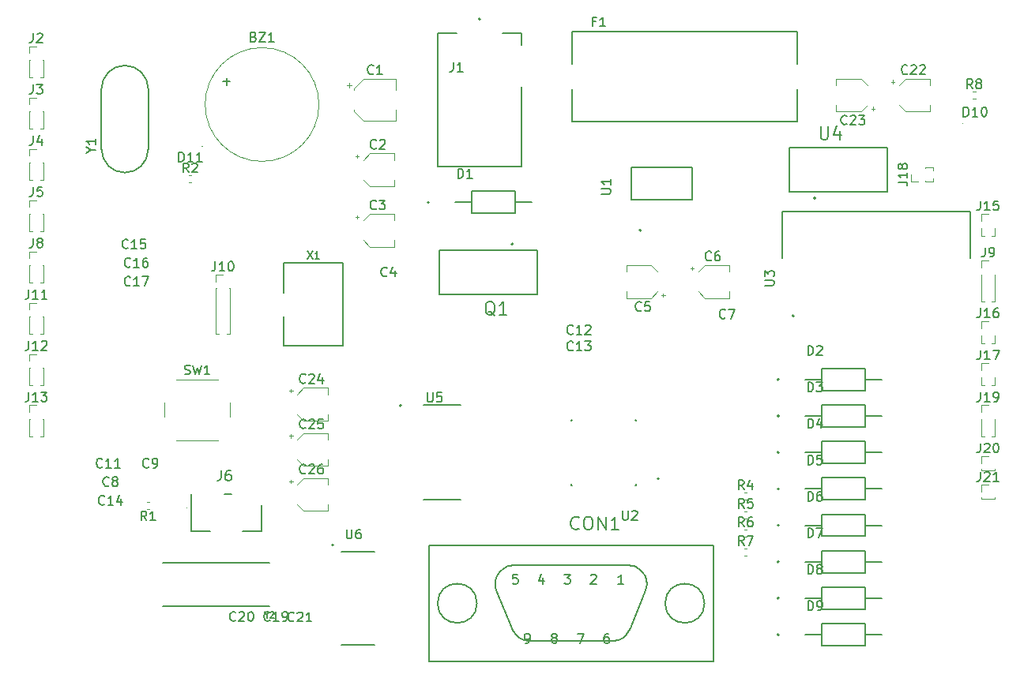
<source format=gbr>
%TF.GenerationSoftware,KiCad,Pcbnew,9.0.1*%
%TF.CreationDate,2026-02-02T13:33:26+05:30*%
%TF.ProjectId,robotics_controller,726f626f-7469-4637-935f-636f6e74726f,rev?*%
%TF.SameCoordinates,Original*%
%TF.FileFunction,Legend,Top*%
%TF.FilePolarity,Positive*%
%FSLAX46Y46*%
G04 Gerber Fmt 4.6, Leading zero omitted, Abs format (unit mm)*
G04 Created by KiCad (PCBNEW 9.0.1) date 2026-02-02 13:33:26*
%MOMM*%
%LPD*%
G01*
G04 APERTURE LIST*
%ADD10C,0.150000*%
%ADD11C,0.127000*%
%ADD12C,0.200000*%
%ADD13C,0.120000*%
%ADD14C,0.100000*%
%ADD15C,0.101600*%
G04 APERTURE END LIST*
D10*
X194069819Y-55589404D02*
X194879342Y-55589404D01*
X194879342Y-55589404D02*
X194974580Y-55541785D01*
X194974580Y-55541785D02*
X195022200Y-55494166D01*
X195022200Y-55494166D02*
X195069819Y-55398928D01*
X195069819Y-55398928D02*
X195069819Y-55208452D01*
X195069819Y-55208452D02*
X195022200Y-55113214D01*
X195022200Y-55113214D02*
X194974580Y-55065595D01*
X194974580Y-55065595D02*
X194879342Y-55017976D01*
X194879342Y-55017976D02*
X194069819Y-55017976D01*
X195069819Y-54017976D02*
X195069819Y-54589404D01*
X195069819Y-54303690D02*
X194069819Y-54303690D01*
X194069819Y-54303690D02*
X194212676Y-54398928D01*
X194212676Y-54398928D02*
X194307914Y-54494166D01*
X194307914Y-54494166D02*
X194355533Y-54589404D01*
X182661666Y-68672200D02*
X182528333Y-68605533D01*
X182528333Y-68605533D02*
X182395000Y-68472200D01*
X182395000Y-68472200D02*
X182195000Y-68272200D01*
X182195000Y-68272200D02*
X182061666Y-68205533D01*
X182061666Y-68205533D02*
X181928333Y-68205533D01*
X181995000Y-68538866D02*
X181861666Y-68472200D01*
X181861666Y-68472200D02*
X181728333Y-68338866D01*
X181728333Y-68338866D02*
X181661666Y-68072200D01*
X181661666Y-68072200D02*
X181661666Y-67605533D01*
X181661666Y-67605533D02*
X181728333Y-67338866D01*
X181728333Y-67338866D02*
X181861666Y-67205533D01*
X181861666Y-67205533D02*
X181995000Y-67138866D01*
X181995000Y-67138866D02*
X182261666Y-67138866D01*
X182261666Y-67138866D02*
X182395000Y-67205533D01*
X182395000Y-67205533D02*
X182528333Y-67338866D01*
X182528333Y-67338866D02*
X182595000Y-67605533D01*
X182595000Y-67605533D02*
X182595000Y-68072200D01*
X182595000Y-68072200D02*
X182528333Y-68338866D01*
X182528333Y-68338866D02*
X182395000Y-68472200D01*
X182395000Y-68472200D02*
X182261666Y-68538866D01*
X182261666Y-68538866D02*
X181995000Y-68538866D01*
X183928333Y-68538866D02*
X183128333Y-68538866D01*
X183528333Y-68538866D02*
X183528333Y-67138866D01*
X183528333Y-67138866D02*
X183395000Y-67338866D01*
X183395000Y-67338866D02*
X183261667Y-67472200D01*
X183261667Y-67472200D02*
X183128333Y-67538866D01*
X154857142Y-101309580D02*
X154809523Y-101357200D01*
X154809523Y-101357200D02*
X154666666Y-101404819D01*
X154666666Y-101404819D02*
X154571428Y-101404819D01*
X154571428Y-101404819D02*
X154428571Y-101357200D01*
X154428571Y-101357200D02*
X154333333Y-101261961D01*
X154333333Y-101261961D02*
X154285714Y-101166723D01*
X154285714Y-101166723D02*
X154238095Y-100976247D01*
X154238095Y-100976247D02*
X154238095Y-100833390D01*
X154238095Y-100833390D02*
X154285714Y-100642914D01*
X154285714Y-100642914D02*
X154333333Y-100547676D01*
X154333333Y-100547676D02*
X154428571Y-100452438D01*
X154428571Y-100452438D02*
X154571428Y-100404819D01*
X154571428Y-100404819D02*
X154666666Y-100404819D01*
X154666666Y-100404819D02*
X154809523Y-100452438D01*
X154809523Y-100452438D02*
X154857142Y-100500057D01*
X155238095Y-100500057D02*
X155285714Y-100452438D01*
X155285714Y-100452438D02*
X155380952Y-100404819D01*
X155380952Y-100404819D02*
X155619047Y-100404819D01*
X155619047Y-100404819D02*
X155714285Y-100452438D01*
X155714285Y-100452438D02*
X155761904Y-100500057D01*
X155761904Y-100500057D02*
X155809523Y-100595295D01*
X155809523Y-100595295D02*
X155809523Y-100690533D01*
X155809523Y-100690533D02*
X155761904Y-100833390D01*
X155761904Y-100833390D02*
X155190476Y-101404819D01*
X155190476Y-101404819D02*
X155809523Y-101404819D01*
X156428571Y-100404819D02*
X156523809Y-100404819D01*
X156523809Y-100404819D02*
X156619047Y-100452438D01*
X156619047Y-100452438D02*
X156666666Y-100500057D01*
X156666666Y-100500057D02*
X156714285Y-100595295D01*
X156714285Y-100595295D02*
X156761904Y-100785771D01*
X156761904Y-100785771D02*
X156761904Y-101023866D01*
X156761904Y-101023866D02*
X156714285Y-101214342D01*
X156714285Y-101214342D02*
X156666666Y-101309580D01*
X156666666Y-101309580D02*
X156619047Y-101357200D01*
X156619047Y-101357200D02*
X156523809Y-101404819D01*
X156523809Y-101404819D02*
X156428571Y-101404819D01*
X156428571Y-101404819D02*
X156333333Y-101357200D01*
X156333333Y-101357200D02*
X156285714Y-101309580D01*
X156285714Y-101309580D02*
X156238095Y-101214342D01*
X156238095Y-101214342D02*
X156190476Y-101023866D01*
X156190476Y-101023866D02*
X156190476Y-100785771D01*
X156190476Y-100785771D02*
X156238095Y-100595295D01*
X156238095Y-100595295D02*
X156285714Y-100500057D01*
X156285714Y-100500057D02*
X156333333Y-100452438D01*
X156333333Y-100452438D02*
X156428571Y-100404819D01*
X162357142Y-85509580D02*
X162309523Y-85557200D01*
X162309523Y-85557200D02*
X162166666Y-85604819D01*
X162166666Y-85604819D02*
X162071428Y-85604819D01*
X162071428Y-85604819D02*
X161928571Y-85557200D01*
X161928571Y-85557200D02*
X161833333Y-85461961D01*
X161833333Y-85461961D02*
X161785714Y-85366723D01*
X161785714Y-85366723D02*
X161738095Y-85176247D01*
X161738095Y-85176247D02*
X161738095Y-85033390D01*
X161738095Y-85033390D02*
X161785714Y-84842914D01*
X161785714Y-84842914D02*
X161833333Y-84747676D01*
X161833333Y-84747676D02*
X161928571Y-84652438D01*
X161928571Y-84652438D02*
X162071428Y-84604819D01*
X162071428Y-84604819D02*
X162166666Y-84604819D01*
X162166666Y-84604819D02*
X162309523Y-84652438D01*
X162309523Y-84652438D02*
X162357142Y-84700057D01*
X162738095Y-84700057D02*
X162785714Y-84652438D01*
X162785714Y-84652438D02*
X162880952Y-84604819D01*
X162880952Y-84604819D02*
X163119047Y-84604819D01*
X163119047Y-84604819D02*
X163214285Y-84652438D01*
X163214285Y-84652438D02*
X163261904Y-84700057D01*
X163261904Y-84700057D02*
X163309523Y-84795295D01*
X163309523Y-84795295D02*
X163309523Y-84890533D01*
X163309523Y-84890533D02*
X163261904Y-85033390D01*
X163261904Y-85033390D02*
X162690476Y-85604819D01*
X162690476Y-85604819D02*
X163309523Y-85604819D01*
X164166666Y-84604819D02*
X163976190Y-84604819D01*
X163976190Y-84604819D02*
X163880952Y-84652438D01*
X163880952Y-84652438D02*
X163833333Y-84700057D01*
X163833333Y-84700057D02*
X163738095Y-84842914D01*
X163738095Y-84842914D02*
X163690476Y-85033390D01*
X163690476Y-85033390D02*
X163690476Y-85414342D01*
X163690476Y-85414342D02*
X163738095Y-85509580D01*
X163738095Y-85509580D02*
X163785714Y-85557200D01*
X163785714Y-85557200D02*
X163880952Y-85604819D01*
X163880952Y-85604819D02*
X164071428Y-85604819D01*
X164071428Y-85604819D02*
X164166666Y-85557200D01*
X164166666Y-85557200D02*
X164214285Y-85509580D01*
X164214285Y-85509580D02*
X164261904Y-85414342D01*
X164261904Y-85414342D02*
X164261904Y-85176247D01*
X164261904Y-85176247D02*
X164214285Y-85081009D01*
X164214285Y-85081009D02*
X164166666Y-85033390D01*
X164166666Y-85033390D02*
X164071428Y-84985771D01*
X164071428Y-84985771D02*
X163880952Y-84985771D01*
X163880952Y-84985771D02*
X163785714Y-85033390D01*
X163785714Y-85033390D02*
X163738095Y-85081009D01*
X163738095Y-85081009D02*
X163690476Y-85176247D01*
X234690476Y-56344819D02*
X234690476Y-57059104D01*
X234690476Y-57059104D02*
X234642857Y-57201961D01*
X234642857Y-57201961D02*
X234547619Y-57297200D01*
X234547619Y-57297200D02*
X234404762Y-57344819D01*
X234404762Y-57344819D02*
X234309524Y-57344819D01*
X235690476Y-57344819D02*
X235119048Y-57344819D01*
X235404762Y-57344819D02*
X235404762Y-56344819D01*
X235404762Y-56344819D02*
X235309524Y-56487676D01*
X235309524Y-56487676D02*
X235214286Y-56582914D01*
X235214286Y-56582914D02*
X235119048Y-56630533D01*
X236595238Y-56344819D02*
X236119048Y-56344819D01*
X236119048Y-56344819D02*
X236071429Y-56821009D01*
X236071429Y-56821009D02*
X236119048Y-56773390D01*
X236119048Y-56773390D02*
X236214286Y-56725771D01*
X236214286Y-56725771D02*
X236452381Y-56725771D01*
X236452381Y-56725771D02*
X236547619Y-56773390D01*
X236547619Y-56773390D02*
X236595238Y-56821009D01*
X236595238Y-56821009D02*
X236642857Y-56916247D01*
X236642857Y-56916247D02*
X236642857Y-57154342D01*
X236642857Y-57154342D02*
X236595238Y-57249580D01*
X236595238Y-57249580D02*
X236547619Y-57297200D01*
X236547619Y-57297200D02*
X236452381Y-57344819D01*
X236452381Y-57344819D02*
X236214286Y-57344819D01*
X236214286Y-57344819D02*
X236119048Y-57297200D01*
X236119048Y-57297200D02*
X236071429Y-57249580D01*
X162357142Y-75809580D02*
X162309523Y-75857200D01*
X162309523Y-75857200D02*
X162166666Y-75904819D01*
X162166666Y-75904819D02*
X162071428Y-75904819D01*
X162071428Y-75904819D02*
X161928571Y-75857200D01*
X161928571Y-75857200D02*
X161833333Y-75761961D01*
X161833333Y-75761961D02*
X161785714Y-75666723D01*
X161785714Y-75666723D02*
X161738095Y-75476247D01*
X161738095Y-75476247D02*
X161738095Y-75333390D01*
X161738095Y-75333390D02*
X161785714Y-75142914D01*
X161785714Y-75142914D02*
X161833333Y-75047676D01*
X161833333Y-75047676D02*
X161928571Y-74952438D01*
X161928571Y-74952438D02*
X162071428Y-74904819D01*
X162071428Y-74904819D02*
X162166666Y-74904819D01*
X162166666Y-74904819D02*
X162309523Y-74952438D01*
X162309523Y-74952438D02*
X162357142Y-75000057D01*
X162738095Y-75000057D02*
X162785714Y-74952438D01*
X162785714Y-74952438D02*
X162880952Y-74904819D01*
X162880952Y-74904819D02*
X163119047Y-74904819D01*
X163119047Y-74904819D02*
X163214285Y-74952438D01*
X163214285Y-74952438D02*
X163261904Y-75000057D01*
X163261904Y-75000057D02*
X163309523Y-75095295D01*
X163309523Y-75095295D02*
X163309523Y-75190533D01*
X163309523Y-75190533D02*
X163261904Y-75333390D01*
X163261904Y-75333390D02*
X162690476Y-75904819D01*
X162690476Y-75904819D02*
X163309523Y-75904819D01*
X164166666Y-75238152D02*
X164166666Y-75904819D01*
X163928571Y-74857200D02*
X163690476Y-75571485D01*
X163690476Y-75571485D02*
X164309523Y-75571485D01*
X141283333Y-86859580D02*
X141235714Y-86907200D01*
X141235714Y-86907200D02*
X141092857Y-86954819D01*
X141092857Y-86954819D02*
X140997619Y-86954819D01*
X140997619Y-86954819D02*
X140854762Y-86907200D01*
X140854762Y-86907200D02*
X140759524Y-86811961D01*
X140759524Y-86811961D02*
X140711905Y-86716723D01*
X140711905Y-86716723D02*
X140664286Y-86526247D01*
X140664286Y-86526247D02*
X140664286Y-86383390D01*
X140664286Y-86383390D02*
X140711905Y-86192914D01*
X140711905Y-86192914D02*
X140759524Y-86097676D01*
X140759524Y-86097676D02*
X140854762Y-86002438D01*
X140854762Y-86002438D02*
X140997619Y-85954819D01*
X140997619Y-85954819D02*
X141092857Y-85954819D01*
X141092857Y-85954819D02*
X141235714Y-86002438D01*
X141235714Y-86002438D02*
X141283333Y-86050057D01*
X141854762Y-86383390D02*
X141759524Y-86335771D01*
X141759524Y-86335771D02*
X141711905Y-86288152D01*
X141711905Y-86288152D02*
X141664286Y-86192914D01*
X141664286Y-86192914D02*
X141664286Y-86145295D01*
X141664286Y-86145295D02*
X141711905Y-86050057D01*
X141711905Y-86050057D02*
X141759524Y-86002438D01*
X141759524Y-86002438D02*
X141854762Y-85954819D01*
X141854762Y-85954819D02*
X142045238Y-85954819D01*
X142045238Y-85954819D02*
X142140476Y-86002438D01*
X142140476Y-86002438D02*
X142188095Y-86050057D01*
X142188095Y-86050057D02*
X142235714Y-86145295D01*
X142235714Y-86145295D02*
X142235714Y-86192914D01*
X142235714Y-86192914D02*
X142188095Y-86288152D01*
X142188095Y-86288152D02*
X142140476Y-86335771D01*
X142140476Y-86335771D02*
X142045238Y-86383390D01*
X142045238Y-86383390D02*
X141854762Y-86383390D01*
X141854762Y-86383390D02*
X141759524Y-86431009D01*
X141759524Y-86431009D02*
X141711905Y-86478628D01*
X141711905Y-86478628D02*
X141664286Y-86573866D01*
X141664286Y-86573866D02*
X141664286Y-86764342D01*
X141664286Y-86764342D02*
X141711905Y-86859580D01*
X141711905Y-86859580D02*
X141759524Y-86907200D01*
X141759524Y-86907200D02*
X141854762Y-86954819D01*
X141854762Y-86954819D02*
X142045238Y-86954819D01*
X142045238Y-86954819D02*
X142140476Y-86907200D01*
X142140476Y-86907200D02*
X142188095Y-86859580D01*
X142188095Y-86859580D02*
X142235714Y-86764342D01*
X142235714Y-86764342D02*
X142235714Y-86573866D01*
X142235714Y-86573866D02*
X142188095Y-86478628D01*
X142188095Y-86478628D02*
X142140476Y-86431009D01*
X142140476Y-86431009D02*
X142045238Y-86383390D01*
X143582142Y-63359580D02*
X143534523Y-63407200D01*
X143534523Y-63407200D02*
X143391666Y-63454819D01*
X143391666Y-63454819D02*
X143296428Y-63454819D01*
X143296428Y-63454819D02*
X143153571Y-63407200D01*
X143153571Y-63407200D02*
X143058333Y-63311961D01*
X143058333Y-63311961D02*
X143010714Y-63216723D01*
X143010714Y-63216723D02*
X142963095Y-63026247D01*
X142963095Y-63026247D02*
X142963095Y-62883390D01*
X142963095Y-62883390D02*
X143010714Y-62692914D01*
X143010714Y-62692914D02*
X143058333Y-62597676D01*
X143058333Y-62597676D02*
X143153571Y-62502438D01*
X143153571Y-62502438D02*
X143296428Y-62454819D01*
X143296428Y-62454819D02*
X143391666Y-62454819D01*
X143391666Y-62454819D02*
X143534523Y-62502438D01*
X143534523Y-62502438D02*
X143582142Y-62550057D01*
X144534523Y-63454819D02*
X143963095Y-63454819D01*
X144248809Y-63454819D02*
X144248809Y-62454819D01*
X144248809Y-62454819D02*
X144153571Y-62597676D01*
X144153571Y-62597676D02*
X144058333Y-62692914D01*
X144058333Y-62692914D02*
X143963095Y-62740533D01*
X145391666Y-62454819D02*
X145201190Y-62454819D01*
X145201190Y-62454819D02*
X145105952Y-62502438D01*
X145105952Y-62502438D02*
X145058333Y-62550057D01*
X145058333Y-62550057D02*
X144963095Y-62692914D01*
X144963095Y-62692914D02*
X144915476Y-62883390D01*
X144915476Y-62883390D02*
X144915476Y-63264342D01*
X144915476Y-63264342D02*
X144963095Y-63359580D01*
X144963095Y-63359580D02*
X145010714Y-63407200D01*
X145010714Y-63407200D02*
X145105952Y-63454819D01*
X145105952Y-63454819D02*
X145296428Y-63454819D01*
X145296428Y-63454819D02*
X145391666Y-63407200D01*
X145391666Y-63407200D02*
X145439285Y-63359580D01*
X145439285Y-63359580D02*
X145486904Y-63264342D01*
X145486904Y-63264342D02*
X145486904Y-63026247D01*
X145486904Y-63026247D02*
X145439285Y-62931009D01*
X145439285Y-62931009D02*
X145391666Y-62883390D01*
X145391666Y-62883390D02*
X145296428Y-62835771D01*
X145296428Y-62835771D02*
X145105952Y-62835771D01*
X145105952Y-62835771D02*
X145010714Y-62883390D01*
X145010714Y-62883390D02*
X144963095Y-62931009D01*
X144963095Y-62931009D02*
X144915476Y-63026247D01*
X143332142Y-61359580D02*
X143284523Y-61407200D01*
X143284523Y-61407200D02*
X143141666Y-61454819D01*
X143141666Y-61454819D02*
X143046428Y-61454819D01*
X143046428Y-61454819D02*
X142903571Y-61407200D01*
X142903571Y-61407200D02*
X142808333Y-61311961D01*
X142808333Y-61311961D02*
X142760714Y-61216723D01*
X142760714Y-61216723D02*
X142713095Y-61026247D01*
X142713095Y-61026247D02*
X142713095Y-60883390D01*
X142713095Y-60883390D02*
X142760714Y-60692914D01*
X142760714Y-60692914D02*
X142808333Y-60597676D01*
X142808333Y-60597676D02*
X142903571Y-60502438D01*
X142903571Y-60502438D02*
X143046428Y-60454819D01*
X143046428Y-60454819D02*
X143141666Y-60454819D01*
X143141666Y-60454819D02*
X143284523Y-60502438D01*
X143284523Y-60502438D02*
X143332142Y-60550057D01*
X144284523Y-61454819D02*
X143713095Y-61454819D01*
X143998809Y-61454819D02*
X143998809Y-60454819D01*
X143998809Y-60454819D02*
X143903571Y-60597676D01*
X143903571Y-60597676D02*
X143808333Y-60692914D01*
X143808333Y-60692914D02*
X143713095Y-60740533D01*
X145189285Y-60454819D02*
X144713095Y-60454819D01*
X144713095Y-60454819D02*
X144665476Y-60931009D01*
X144665476Y-60931009D02*
X144713095Y-60883390D01*
X144713095Y-60883390D02*
X144808333Y-60835771D01*
X144808333Y-60835771D02*
X145046428Y-60835771D01*
X145046428Y-60835771D02*
X145141666Y-60883390D01*
X145141666Y-60883390D02*
X145189285Y-60931009D01*
X145189285Y-60931009D02*
X145236904Y-61026247D01*
X145236904Y-61026247D02*
X145236904Y-61264342D01*
X145236904Y-61264342D02*
X145189285Y-61359580D01*
X145189285Y-61359580D02*
X145141666Y-61407200D01*
X145141666Y-61407200D02*
X145046428Y-61454819D01*
X145046428Y-61454819D02*
X144808333Y-61454819D01*
X144808333Y-61454819D02*
X144713095Y-61407200D01*
X144713095Y-61407200D02*
X144665476Y-61359580D01*
X143582142Y-65359580D02*
X143534523Y-65407200D01*
X143534523Y-65407200D02*
X143391666Y-65454819D01*
X143391666Y-65454819D02*
X143296428Y-65454819D01*
X143296428Y-65454819D02*
X143153571Y-65407200D01*
X143153571Y-65407200D02*
X143058333Y-65311961D01*
X143058333Y-65311961D02*
X143010714Y-65216723D01*
X143010714Y-65216723D02*
X142963095Y-65026247D01*
X142963095Y-65026247D02*
X142963095Y-64883390D01*
X142963095Y-64883390D02*
X143010714Y-64692914D01*
X143010714Y-64692914D02*
X143058333Y-64597676D01*
X143058333Y-64597676D02*
X143153571Y-64502438D01*
X143153571Y-64502438D02*
X143296428Y-64454819D01*
X143296428Y-64454819D02*
X143391666Y-64454819D01*
X143391666Y-64454819D02*
X143534523Y-64502438D01*
X143534523Y-64502438D02*
X143582142Y-64550057D01*
X144534523Y-65454819D02*
X143963095Y-65454819D01*
X144248809Y-65454819D02*
X144248809Y-64454819D01*
X144248809Y-64454819D02*
X144153571Y-64597676D01*
X144153571Y-64597676D02*
X144058333Y-64692914D01*
X144058333Y-64692914D02*
X143963095Y-64740533D01*
X144867857Y-64454819D02*
X145534523Y-64454819D01*
X145534523Y-64454819D02*
X145105952Y-65454819D01*
X216194905Y-72889819D02*
X216194905Y-71889819D01*
X216194905Y-71889819D02*
X216433000Y-71889819D01*
X216433000Y-71889819D02*
X216575857Y-71937438D01*
X216575857Y-71937438D02*
X216671095Y-72032676D01*
X216671095Y-72032676D02*
X216718714Y-72127914D01*
X216718714Y-72127914D02*
X216766333Y-72318390D01*
X216766333Y-72318390D02*
X216766333Y-72461247D01*
X216766333Y-72461247D02*
X216718714Y-72651723D01*
X216718714Y-72651723D02*
X216671095Y-72746961D01*
X216671095Y-72746961D02*
X216575857Y-72842200D01*
X216575857Y-72842200D02*
X216433000Y-72889819D01*
X216433000Y-72889819D02*
X216194905Y-72889819D01*
X217147286Y-71985057D02*
X217194905Y-71937438D01*
X217194905Y-71937438D02*
X217290143Y-71889819D01*
X217290143Y-71889819D02*
X217528238Y-71889819D01*
X217528238Y-71889819D02*
X217623476Y-71937438D01*
X217623476Y-71937438D02*
X217671095Y-71985057D01*
X217671095Y-71985057D02*
X217718714Y-72080295D01*
X217718714Y-72080295D02*
X217718714Y-72175533D01*
X217718714Y-72175533D02*
X217671095Y-72318390D01*
X217671095Y-72318390D02*
X217099667Y-72889819D01*
X217099667Y-72889819D02*
X217718714Y-72889819D01*
X132690476Y-71344819D02*
X132690476Y-72059104D01*
X132690476Y-72059104D02*
X132642857Y-72201961D01*
X132642857Y-72201961D02*
X132547619Y-72297200D01*
X132547619Y-72297200D02*
X132404762Y-72344819D01*
X132404762Y-72344819D02*
X132309524Y-72344819D01*
X133690476Y-72344819D02*
X133119048Y-72344819D01*
X133404762Y-72344819D02*
X133404762Y-71344819D01*
X133404762Y-71344819D02*
X133309524Y-71487676D01*
X133309524Y-71487676D02*
X133214286Y-71582914D01*
X133214286Y-71582914D02*
X133119048Y-71630533D01*
X134071429Y-71440057D02*
X134119048Y-71392438D01*
X134119048Y-71392438D02*
X134214286Y-71344819D01*
X134214286Y-71344819D02*
X134452381Y-71344819D01*
X134452381Y-71344819D02*
X134547619Y-71392438D01*
X134547619Y-71392438D02*
X134595238Y-71440057D01*
X134595238Y-71440057D02*
X134642857Y-71535295D01*
X134642857Y-71535295D02*
X134642857Y-71630533D01*
X134642857Y-71630533D02*
X134595238Y-71773390D01*
X134595238Y-71773390D02*
X134023810Y-72344819D01*
X134023810Y-72344819D02*
X134642857Y-72344819D01*
X216194905Y-92439819D02*
X216194905Y-91439819D01*
X216194905Y-91439819D02*
X216433000Y-91439819D01*
X216433000Y-91439819D02*
X216575857Y-91487438D01*
X216575857Y-91487438D02*
X216671095Y-91582676D01*
X216671095Y-91582676D02*
X216718714Y-91677914D01*
X216718714Y-91677914D02*
X216766333Y-91868390D01*
X216766333Y-91868390D02*
X216766333Y-92011247D01*
X216766333Y-92011247D02*
X216718714Y-92201723D01*
X216718714Y-92201723D02*
X216671095Y-92296961D01*
X216671095Y-92296961D02*
X216575857Y-92392200D01*
X216575857Y-92392200D02*
X216433000Y-92439819D01*
X216433000Y-92439819D02*
X216194905Y-92439819D01*
X217099667Y-91439819D02*
X217766333Y-91439819D01*
X217766333Y-91439819D02*
X217337762Y-92439819D01*
X209343333Y-87294819D02*
X209010000Y-86818628D01*
X208771905Y-87294819D02*
X208771905Y-86294819D01*
X208771905Y-86294819D02*
X209152857Y-86294819D01*
X209152857Y-86294819D02*
X209248095Y-86342438D01*
X209248095Y-86342438D02*
X209295714Y-86390057D01*
X209295714Y-86390057D02*
X209343333Y-86485295D01*
X209343333Y-86485295D02*
X209343333Y-86628152D01*
X209343333Y-86628152D02*
X209295714Y-86723390D01*
X209295714Y-86723390D02*
X209248095Y-86771009D01*
X209248095Y-86771009D02*
X209152857Y-86818628D01*
X209152857Y-86818628D02*
X208771905Y-86818628D01*
X210200476Y-86628152D02*
X210200476Y-87294819D01*
X209962381Y-86247200D02*
X209724286Y-86961485D01*
X209724286Y-86961485D02*
X210343333Y-86961485D01*
X191012142Y-70559580D02*
X190964523Y-70607200D01*
X190964523Y-70607200D02*
X190821666Y-70654819D01*
X190821666Y-70654819D02*
X190726428Y-70654819D01*
X190726428Y-70654819D02*
X190583571Y-70607200D01*
X190583571Y-70607200D02*
X190488333Y-70511961D01*
X190488333Y-70511961D02*
X190440714Y-70416723D01*
X190440714Y-70416723D02*
X190393095Y-70226247D01*
X190393095Y-70226247D02*
X190393095Y-70083390D01*
X190393095Y-70083390D02*
X190440714Y-69892914D01*
X190440714Y-69892914D02*
X190488333Y-69797676D01*
X190488333Y-69797676D02*
X190583571Y-69702438D01*
X190583571Y-69702438D02*
X190726428Y-69654819D01*
X190726428Y-69654819D02*
X190821666Y-69654819D01*
X190821666Y-69654819D02*
X190964523Y-69702438D01*
X190964523Y-69702438D02*
X191012142Y-69750057D01*
X191964523Y-70654819D02*
X191393095Y-70654819D01*
X191678809Y-70654819D02*
X191678809Y-69654819D01*
X191678809Y-69654819D02*
X191583571Y-69797676D01*
X191583571Y-69797676D02*
X191488333Y-69892914D01*
X191488333Y-69892914D02*
X191393095Y-69940533D01*
X192345476Y-69750057D02*
X192393095Y-69702438D01*
X192393095Y-69702438D02*
X192488333Y-69654819D01*
X192488333Y-69654819D02*
X192726428Y-69654819D01*
X192726428Y-69654819D02*
X192821666Y-69702438D01*
X192821666Y-69702438D02*
X192869285Y-69750057D01*
X192869285Y-69750057D02*
X192916904Y-69845295D01*
X192916904Y-69845295D02*
X192916904Y-69940533D01*
X192916904Y-69940533D02*
X192869285Y-70083390D01*
X192869285Y-70083390D02*
X192297857Y-70654819D01*
X192297857Y-70654819D02*
X192916904Y-70654819D01*
X216194905Y-76799819D02*
X216194905Y-75799819D01*
X216194905Y-75799819D02*
X216433000Y-75799819D01*
X216433000Y-75799819D02*
X216575857Y-75847438D01*
X216575857Y-75847438D02*
X216671095Y-75942676D01*
X216671095Y-75942676D02*
X216718714Y-76037914D01*
X216718714Y-76037914D02*
X216766333Y-76228390D01*
X216766333Y-76228390D02*
X216766333Y-76371247D01*
X216766333Y-76371247D02*
X216718714Y-76561723D01*
X216718714Y-76561723D02*
X216671095Y-76656961D01*
X216671095Y-76656961D02*
X216575857Y-76752200D01*
X216575857Y-76752200D02*
X216433000Y-76799819D01*
X216433000Y-76799819D02*
X216194905Y-76799819D01*
X217099667Y-75799819D02*
X217718714Y-75799819D01*
X217718714Y-75799819D02*
X217385381Y-76180771D01*
X217385381Y-76180771D02*
X217528238Y-76180771D01*
X217528238Y-76180771D02*
X217623476Y-76228390D01*
X217623476Y-76228390D02*
X217671095Y-76276009D01*
X217671095Y-76276009D02*
X217718714Y-76371247D01*
X217718714Y-76371247D02*
X217718714Y-76609342D01*
X217718714Y-76609342D02*
X217671095Y-76704580D01*
X217671095Y-76704580D02*
X217623476Y-76752200D01*
X217623476Y-76752200D02*
X217528238Y-76799819D01*
X217528238Y-76799819D02*
X217242524Y-76799819D01*
X217242524Y-76799819D02*
X217147286Y-76752200D01*
X217147286Y-76752200D02*
X217099667Y-76704580D01*
X148785714Y-52124819D02*
X148785714Y-51124819D01*
X148785714Y-51124819D02*
X149023809Y-51124819D01*
X149023809Y-51124819D02*
X149166666Y-51172438D01*
X149166666Y-51172438D02*
X149261904Y-51267676D01*
X149261904Y-51267676D02*
X149309523Y-51362914D01*
X149309523Y-51362914D02*
X149357142Y-51553390D01*
X149357142Y-51553390D02*
X149357142Y-51696247D01*
X149357142Y-51696247D02*
X149309523Y-51886723D01*
X149309523Y-51886723D02*
X149261904Y-51981961D01*
X149261904Y-51981961D02*
X149166666Y-52077200D01*
X149166666Y-52077200D02*
X149023809Y-52124819D01*
X149023809Y-52124819D02*
X148785714Y-52124819D01*
X150309523Y-52124819D02*
X149738095Y-52124819D01*
X150023809Y-52124819D02*
X150023809Y-51124819D01*
X150023809Y-51124819D02*
X149928571Y-51267676D01*
X149928571Y-51267676D02*
X149833333Y-51362914D01*
X149833333Y-51362914D02*
X149738095Y-51410533D01*
X151261904Y-52124819D02*
X150690476Y-52124819D01*
X150976190Y-52124819D02*
X150976190Y-51124819D01*
X150976190Y-51124819D02*
X150880952Y-51267676D01*
X150880952Y-51267676D02*
X150785714Y-51362914D01*
X150785714Y-51362914D02*
X150690476Y-51410533D01*
X234690476Y-72344819D02*
X234690476Y-73059104D01*
X234690476Y-73059104D02*
X234642857Y-73201961D01*
X234642857Y-73201961D02*
X234547619Y-73297200D01*
X234547619Y-73297200D02*
X234404762Y-73344819D01*
X234404762Y-73344819D02*
X234309524Y-73344819D01*
X235690476Y-73344819D02*
X235119048Y-73344819D01*
X235404762Y-73344819D02*
X235404762Y-72344819D01*
X235404762Y-72344819D02*
X235309524Y-72487676D01*
X235309524Y-72487676D02*
X235214286Y-72582914D01*
X235214286Y-72582914D02*
X235119048Y-72630533D01*
X236023810Y-72344819D02*
X236690476Y-72344819D01*
X236690476Y-72344819D02*
X236261905Y-73344819D01*
X191012142Y-72309580D02*
X190964523Y-72357200D01*
X190964523Y-72357200D02*
X190821666Y-72404819D01*
X190821666Y-72404819D02*
X190726428Y-72404819D01*
X190726428Y-72404819D02*
X190583571Y-72357200D01*
X190583571Y-72357200D02*
X190488333Y-72261961D01*
X190488333Y-72261961D02*
X190440714Y-72166723D01*
X190440714Y-72166723D02*
X190393095Y-71976247D01*
X190393095Y-71976247D02*
X190393095Y-71833390D01*
X190393095Y-71833390D02*
X190440714Y-71642914D01*
X190440714Y-71642914D02*
X190488333Y-71547676D01*
X190488333Y-71547676D02*
X190583571Y-71452438D01*
X190583571Y-71452438D02*
X190726428Y-71404819D01*
X190726428Y-71404819D02*
X190821666Y-71404819D01*
X190821666Y-71404819D02*
X190964523Y-71452438D01*
X190964523Y-71452438D02*
X191012142Y-71500057D01*
X191964523Y-72404819D02*
X191393095Y-72404819D01*
X191678809Y-72404819D02*
X191678809Y-71404819D01*
X191678809Y-71404819D02*
X191583571Y-71547676D01*
X191583571Y-71547676D02*
X191488333Y-71642914D01*
X191488333Y-71642914D02*
X191393095Y-71690533D01*
X192297857Y-71404819D02*
X192916904Y-71404819D01*
X192916904Y-71404819D02*
X192583571Y-71785771D01*
X192583571Y-71785771D02*
X192726428Y-71785771D01*
X192726428Y-71785771D02*
X192821666Y-71833390D01*
X192821666Y-71833390D02*
X192869285Y-71881009D01*
X192869285Y-71881009D02*
X192916904Y-71976247D01*
X192916904Y-71976247D02*
X192916904Y-72214342D01*
X192916904Y-72214342D02*
X192869285Y-72309580D01*
X192869285Y-72309580D02*
X192821666Y-72357200D01*
X192821666Y-72357200D02*
X192726428Y-72404819D01*
X192726428Y-72404819D02*
X192440714Y-72404819D01*
X192440714Y-72404819D02*
X192345476Y-72357200D01*
X192345476Y-72357200D02*
X192297857Y-72309580D01*
X145558333Y-84859580D02*
X145510714Y-84907200D01*
X145510714Y-84907200D02*
X145367857Y-84954819D01*
X145367857Y-84954819D02*
X145272619Y-84954819D01*
X145272619Y-84954819D02*
X145129762Y-84907200D01*
X145129762Y-84907200D02*
X145034524Y-84811961D01*
X145034524Y-84811961D02*
X144986905Y-84716723D01*
X144986905Y-84716723D02*
X144939286Y-84526247D01*
X144939286Y-84526247D02*
X144939286Y-84383390D01*
X144939286Y-84383390D02*
X144986905Y-84192914D01*
X144986905Y-84192914D02*
X145034524Y-84097676D01*
X145034524Y-84097676D02*
X145129762Y-84002438D01*
X145129762Y-84002438D02*
X145272619Y-83954819D01*
X145272619Y-83954819D02*
X145367857Y-83954819D01*
X145367857Y-83954819D02*
X145510714Y-84002438D01*
X145510714Y-84002438D02*
X145558333Y-84050057D01*
X146034524Y-84954819D02*
X146225000Y-84954819D01*
X146225000Y-84954819D02*
X146320238Y-84907200D01*
X146320238Y-84907200D02*
X146367857Y-84859580D01*
X146367857Y-84859580D02*
X146463095Y-84716723D01*
X146463095Y-84716723D02*
X146510714Y-84526247D01*
X146510714Y-84526247D02*
X146510714Y-84145295D01*
X146510714Y-84145295D02*
X146463095Y-84050057D01*
X146463095Y-84050057D02*
X146415476Y-84002438D01*
X146415476Y-84002438D02*
X146320238Y-83954819D01*
X146320238Y-83954819D02*
X146129762Y-83954819D01*
X146129762Y-83954819D02*
X146034524Y-84002438D01*
X146034524Y-84002438D02*
X145986905Y-84050057D01*
X145986905Y-84050057D02*
X145939286Y-84145295D01*
X145939286Y-84145295D02*
X145939286Y-84383390D01*
X145939286Y-84383390D02*
X145986905Y-84478628D01*
X145986905Y-84478628D02*
X146034524Y-84526247D01*
X146034524Y-84526247D02*
X146129762Y-84573866D01*
X146129762Y-84573866D02*
X146320238Y-84573866D01*
X146320238Y-84573866D02*
X146415476Y-84526247D01*
X146415476Y-84526247D02*
X146463095Y-84478628D01*
X146463095Y-84478628D02*
X146510714Y-84383390D01*
X132690476Y-65844819D02*
X132690476Y-66559104D01*
X132690476Y-66559104D02*
X132642857Y-66701961D01*
X132642857Y-66701961D02*
X132547619Y-66797200D01*
X132547619Y-66797200D02*
X132404762Y-66844819D01*
X132404762Y-66844819D02*
X132309524Y-66844819D01*
X133690476Y-66844819D02*
X133119048Y-66844819D01*
X133404762Y-66844819D02*
X133404762Y-65844819D01*
X133404762Y-65844819D02*
X133309524Y-65987676D01*
X133309524Y-65987676D02*
X133214286Y-66082914D01*
X133214286Y-66082914D02*
X133119048Y-66130533D01*
X134642857Y-66844819D02*
X134071429Y-66844819D01*
X134357143Y-66844819D02*
X134357143Y-65844819D01*
X134357143Y-65844819D02*
X134261905Y-65987676D01*
X134261905Y-65987676D02*
X134166667Y-66082914D01*
X134166667Y-66082914D02*
X134071429Y-66130533D01*
X162582380Y-61751795D02*
X163115714Y-62551795D01*
X163115714Y-61751795D02*
X162582380Y-62551795D01*
X163839523Y-62551795D02*
X163382380Y-62551795D01*
X163610952Y-62551795D02*
X163610952Y-61751795D01*
X163610952Y-61751795D02*
X163534761Y-61866080D01*
X163534761Y-61866080D02*
X163458571Y-61942271D01*
X163458571Y-61942271D02*
X163382380Y-61980366D01*
X171083333Y-64359580D02*
X171035714Y-64407200D01*
X171035714Y-64407200D02*
X170892857Y-64454819D01*
X170892857Y-64454819D02*
X170797619Y-64454819D01*
X170797619Y-64454819D02*
X170654762Y-64407200D01*
X170654762Y-64407200D02*
X170559524Y-64311961D01*
X170559524Y-64311961D02*
X170511905Y-64216723D01*
X170511905Y-64216723D02*
X170464286Y-64026247D01*
X170464286Y-64026247D02*
X170464286Y-63883390D01*
X170464286Y-63883390D02*
X170511905Y-63692914D01*
X170511905Y-63692914D02*
X170559524Y-63597676D01*
X170559524Y-63597676D02*
X170654762Y-63502438D01*
X170654762Y-63502438D02*
X170797619Y-63454819D01*
X170797619Y-63454819D02*
X170892857Y-63454819D01*
X170892857Y-63454819D02*
X171035714Y-63502438D01*
X171035714Y-63502438D02*
X171083333Y-63550057D01*
X171940476Y-63788152D02*
X171940476Y-64454819D01*
X171702381Y-63407200D02*
X171464286Y-64121485D01*
X171464286Y-64121485D02*
X172083333Y-64121485D01*
X169933333Y-57159580D02*
X169885714Y-57207200D01*
X169885714Y-57207200D02*
X169742857Y-57254819D01*
X169742857Y-57254819D02*
X169647619Y-57254819D01*
X169647619Y-57254819D02*
X169504762Y-57207200D01*
X169504762Y-57207200D02*
X169409524Y-57111961D01*
X169409524Y-57111961D02*
X169361905Y-57016723D01*
X169361905Y-57016723D02*
X169314286Y-56826247D01*
X169314286Y-56826247D02*
X169314286Y-56683390D01*
X169314286Y-56683390D02*
X169361905Y-56492914D01*
X169361905Y-56492914D02*
X169409524Y-56397676D01*
X169409524Y-56397676D02*
X169504762Y-56302438D01*
X169504762Y-56302438D02*
X169647619Y-56254819D01*
X169647619Y-56254819D02*
X169742857Y-56254819D01*
X169742857Y-56254819D02*
X169885714Y-56302438D01*
X169885714Y-56302438D02*
X169933333Y-56350057D01*
X170266667Y-56254819D02*
X170885714Y-56254819D01*
X170885714Y-56254819D02*
X170552381Y-56635771D01*
X170552381Y-56635771D02*
X170695238Y-56635771D01*
X170695238Y-56635771D02*
X170790476Y-56683390D01*
X170790476Y-56683390D02*
X170838095Y-56731009D01*
X170838095Y-56731009D02*
X170885714Y-56826247D01*
X170885714Y-56826247D02*
X170885714Y-57064342D01*
X170885714Y-57064342D02*
X170838095Y-57159580D01*
X170838095Y-57159580D02*
X170790476Y-57207200D01*
X170790476Y-57207200D02*
X170695238Y-57254819D01*
X170695238Y-57254819D02*
X170409524Y-57254819D01*
X170409524Y-57254819D02*
X170314286Y-57207200D01*
X170314286Y-57207200D02*
X170266667Y-57159580D01*
X216194905Y-100259819D02*
X216194905Y-99259819D01*
X216194905Y-99259819D02*
X216433000Y-99259819D01*
X216433000Y-99259819D02*
X216575857Y-99307438D01*
X216575857Y-99307438D02*
X216671095Y-99402676D01*
X216671095Y-99402676D02*
X216718714Y-99497914D01*
X216718714Y-99497914D02*
X216766333Y-99688390D01*
X216766333Y-99688390D02*
X216766333Y-99831247D01*
X216766333Y-99831247D02*
X216718714Y-100021723D01*
X216718714Y-100021723D02*
X216671095Y-100116961D01*
X216671095Y-100116961D02*
X216575857Y-100212200D01*
X216575857Y-100212200D02*
X216433000Y-100259819D01*
X216433000Y-100259819D02*
X216194905Y-100259819D01*
X217242524Y-100259819D02*
X217433000Y-100259819D01*
X217433000Y-100259819D02*
X217528238Y-100212200D01*
X217528238Y-100212200D02*
X217575857Y-100164580D01*
X217575857Y-100164580D02*
X217671095Y-100021723D01*
X217671095Y-100021723D02*
X217718714Y-99831247D01*
X217718714Y-99831247D02*
X217718714Y-99450295D01*
X217718714Y-99450295D02*
X217671095Y-99355057D01*
X217671095Y-99355057D02*
X217623476Y-99307438D01*
X217623476Y-99307438D02*
X217528238Y-99259819D01*
X217528238Y-99259819D02*
X217337762Y-99259819D01*
X217337762Y-99259819D02*
X217242524Y-99307438D01*
X217242524Y-99307438D02*
X217194905Y-99355057D01*
X217194905Y-99355057D02*
X217147286Y-99450295D01*
X217147286Y-99450295D02*
X217147286Y-99688390D01*
X217147286Y-99688390D02*
X217194905Y-99783628D01*
X217194905Y-99783628D02*
X217242524Y-99831247D01*
X217242524Y-99831247D02*
X217337762Y-99878866D01*
X217337762Y-99878866D02*
X217528238Y-99878866D01*
X217528238Y-99878866D02*
X217623476Y-99831247D01*
X217623476Y-99831247D02*
X217671095Y-99783628D01*
X217671095Y-99783628D02*
X217718714Y-99688390D01*
X209343333Y-89284819D02*
X209010000Y-88808628D01*
X208771905Y-89284819D02*
X208771905Y-88284819D01*
X208771905Y-88284819D02*
X209152857Y-88284819D01*
X209152857Y-88284819D02*
X209248095Y-88332438D01*
X209248095Y-88332438D02*
X209295714Y-88380057D01*
X209295714Y-88380057D02*
X209343333Y-88475295D01*
X209343333Y-88475295D02*
X209343333Y-88618152D01*
X209343333Y-88618152D02*
X209295714Y-88713390D01*
X209295714Y-88713390D02*
X209248095Y-88761009D01*
X209248095Y-88761009D02*
X209152857Y-88808628D01*
X209152857Y-88808628D02*
X208771905Y-88808628D01*
X210248095Y-88284819D02*
X209771905Y-88284819D01*
X209771905Y-88284819D02*
X209724286Y-88761009D01*
X209724286Y-88761009D02*
X209771905Y-88713390D01*
X209771905Y-88713390D02*
X209867143Y-88665771D01*
X209867143Y-88665771D02*
X210105238Y-88665771D01*
X210105238Y-88665771D02*
X210200476Y-88713390D01*
X210200476Y-88713390D02*
X210248095Y-88761009D01*
X210248095Y-88761009D02*
X210295714Y-88856247D01*
X210295714Y-88856247D02*
X210295714Y-89094342D01*
X210295714Y-89094342D02*
X210248095Y-89189580D01*
X210248095Y-89189580D02*
X210200476Y-89237200D01*
X210200476Y-89237200D02*
X210105238Y-89284819D01*
X210105238Y-89284819D02*
X209867143Y-89284819D01*
X209867143Y-89284819D02*
X209771905Y-89237200D01*
X209771905Y-89237200D02*
X209724286Y-89189580D01*
X205833333Y-62659580D02*
X205785714Y-62707200D01*
X205785714Y-62707200D02*
X205642857Y-62754819D01*
X205642857Y-62754819D02*
X205547619Y-62754819D01*
X205547619Y-62754819D02*
X205404762Y-62707200D01*
X205404762Y-62707200D02*
X205309524Y-62611961D01*
X205309524Y-62611961D02*
X205261905Y-62516723D01*
X205261905Y-62516723D02*
X205214286Y-62326247D01*
X205214286Y-62326247D02*
X205214286Y-62183390D01*
X205214286Y-62183390D02*
X205261905Y-61992914D01*
X205261905Y-61992914D02*
X205309524Y-61897676D01*
X205309524Y-61897676D02*
X205404762Y-61802438D01*
X205404762Y-61802438D02*
X205547619Y-61754819D01*
X205547619Y-61754819D02*
X205642857Y-61754819D01*
X205642857Y-61754819D02*
X205785714Y-61802438D01*
X205785714Y-61802438D02*
X205833333Y-61850057D01*
X206690476Y-61754819D02*
X206500000Y-61754819D01*
X206500000Y-61754819D02*
X206404762Y-61802438D01*
X206404762Y-61802438D02*
X206357143Y-61850057D01*
X206357143Y-61850057D02*
X206261905Y-61992914D01*
X206261905Y-61992914D02*
X206214286Y-62183390D01*
X206214286Y-62183390D02*
X206214286Y-62564342D01*
X206214286Y-62564342D02*
X206261905Y-62659580D01*
X206261905Y-62659580D02*
X206309524Y-62707200D01*
X206309524Y-62707200D02*
X206404762Y-62754819D01*
X206404762Y-62754819D02*
X206595238Y-62754819D01*
X206595238Y-62754819D02*
X206690476Y-62707200D01*
X206690476Y-62707200D02*
X206738095Y-62659580D01*
X206738095Y-62659580D02*
X206785714Y-62564342D01*
X206785714Y-62564342D02*
X206785714Y-62326247D01*
X206785714Y-62326247D02*
X206738095Y-62231009D01*
X206738095Y-62231009D02*
X206690476Y-62183390D01*
X206690476Y-62183390D02*
X206595238Y-62135771D01*
X206595238Y-62135771D02*
X206404762Y-62135771D01*
X206404762Y-62135771D02*
X206309524Y-62183390D01*
X206309524Y-62183390D02*
X206261905Y-62231009D01*
X206261905Y-62231009D02*
X206214286Y-62326247D01*
X162357142Y-80659580D02*
X162309523Y-80707200D01*
X162309523Y-80707200D02*
X162166666Y-80754819D01*
X162166666Y-80754819D02*
X162071428Y-80754819D01*
X162071428Y-80754819D02*
X161928571Y-80707200D01*
X161928571Y-80707200D02*
X161833333Y-80611961D01*
X161833333Y-80611961D02*
X161785714Y-80516723D01*
X161785714Y-80516723D02*
X161738095Y-80326247D01*
X161738095Y-80326247D02*
X161738095Y-80183390D01*
X161738095Y-80183390D02*
X161785714Y-79992914D01*
X161785714Y-79992914D02*
X161833333Y-79897676D01*
X161833333Y-79897676D02*
X161928571Y-79802438D01*
X161928571Y-79802438D02*
X162071428Y-79754819D01*
X162071428Y-79754819D02*
X162166666Y-79754819D01*
X162166666Y-79754819D02*
X162309523Y-79802438D01*
X162309523Y-79802438D02*
X162357142Y-79850057D01*
X162738095Y-79850057D02*
X162785714Y-79802438D01*
X162785714Y-79802438D02*
X162880952Y-79754819D01*
X162880952Y-79754819D02*
X163119047Y-79754819D01*
X163119047Y-79754819D02*
X163214285Y-79802438D01*
X163214285Y-79802438D02*
X163261904Y-79850057D01*
X163261904Y-79850057D02*
X163309523Y-79945295D01*
X163309523Y-79945295D02*
X163309523Y-80040533D01*
X163309523Y-80040533D02*
X163261904Y-80183390D01*
X163261904Y-80183390D02*
X162690476Y-80754819D01*
X162690476Y-80754819D02*
X163309523Y-80754819D01*
X164214285Y-79754819D02*
X163738095Y-79754819D01*
X163738095Y-79754819D02*
X163690476Y-80231009D01*
X163690476Y-80231009D02*
X163738095Y-80183390D01*
X163738095Y-80183390D02*
X163833333Y-80135771D01*
X163833333Y-80135771D02*
X164071428Y-80135771D01*
X164071428Y-80135771D02*
X164166666Y-80183390D01*
X164166666Y-80183390D02*
X164214285Y-80231009D01*
X164214285Y-80231009D02*
X164261904Y-80326247D01*
X164261904Y-80326247D02*
X164261904Y-80564342D01*
X164261904Y-80564342D02*
X164214285Y-80659580D01*
X164214285Y-80659580D02*
X164166666Y-80707200D01*
X164166666Y-80707200D02*
X164071428Y-80754819D01*
X164071428Y-80754819D02*
X163833333Y-80754819D01*
X163833333Y-80754819D02*
X163738095Y-80707200D01*
X163738095Y-80707200D02*
X163690476Y-80659580D01*
X207333333Y-68859580D02*
X207285714Y-68907200D01*
X207285714Y-68907200D02*
X207142857Y-68954819D01*
X207142857Y-68954819D02*
X207047619Y-68954819D01*
X207047619Y-68954819D02*
X206904762Y-68907200D01*
X206904762Y-68907200D02*
X206809524Y-68811961D01*
X206809524Y-68811961D02*
X206761905Y-68716723D01*
X206761905Y-68716723D02*
X206714286Y-68526247D01*
X206714286Y-68526247D02*
X206714286Y-68383390D01*
X206714286Y-68383390D02*
X206761905Y-68192914D01*
X206761905Y-68192914D02*
X206809524Y-68097676D01*
X206809524Y-68097676D02*
X206904762Y-68002438D01*
X206904762Y-68002438D02*
X207047619Y-67954819D01*
X207047619Y-67954819D02*
X207142857Y-67954819D01*
X207142857Y-67954819D02*
X207285714Y-68002438D01*
X207285714Y-68002438D02*
X207333333Y-68050057D01*
X207666667Y-67954819D02*
X208333333Y-67954819D01*
X208333333Y-67954819D02*
X207904762Y-68954819D01*
X216194905Y-84619819D02*
X216194905Y-83619819D01*
X216194905Y-83619819D02*
X216433000Y-83619819D01*
X216433000Y-83619819D02*
X216575857Y-83667438D01*
X216575857Y-83667438D02*
X216671095Y-83762676D01*
X216671095Y-83762676D02*
X216718714Y-83857914D01*
X216718714Y-83857914D02*
X216766333Y-84048390D01*
X216766333Y-84048390D02*
X216766333Y-84191247D01*
X216766333Y-84191247D02*
X216718714Y-84381723D01*
X216718714Y-84381723D02*
X216671095Y-84476961D01*
X216671095Y-84476961D02*
X216575857Y-84572200D01*
X216575857Y-84572200D02*
X216433000Y-84619819D01*
X216433000Y-84619819D02*
X216194905Y-84619819D01*
X217671095Y-83619819D02*
X217194905Y-83619819D01*
X217194905Y-83619819D02*
X217147286Y-84096009D01*
X217147286Y-84096009D02*
X217194905Y-84048390D01*
X217194905Y-84048390D02*
X217290143Y-84000771D01*
X217290143Y-84000771D02*
X217528238Y-84000771D01*
X217528238Y-84000771D02*
X217623476Y-84048390D01*
X217623476Y-84048390D02*
X217671095Y-84096009D01*
X217671095Y-84096009D02*
X217718714Y-84191247D01*
X217718714Y-84191247D02*
X217718714Y-84429342D01*
X217718714Y-84429342D02*
X217671095Y-84524580D01*
X217671095Y-84524580D02*
X217623476Y-84572200D01*
X217623476Y-84572200D02*
X217528238Y-84619819D01*
X217528238Y-84619819D02*
X217290143Y-84619819D01*
X217290143Y-84619819D02*
X217194905Y-84572200D01*
X217194905Y-84572200D02*
X217147286Y-84524580D01*
X191648903Y-91488993D02*
X191582165Y-91555731D01*
X191582165Y-91555731D02*
X191381951Y-91622468D01*
X191381951Y-91622468D02*
X191248475Y-91622468D01*
X191248475Y-91622468D02*
X191048262Y-91555731D01*
X191048262Y-91555731D02*
X190914786Y-91422255D01*
X190914786Y-91422255D02*
X190848048Y-91288779D01*
X190848048Y-91288779D02*
X190781310Y-91021827D01*
X190781310Y-91021827D02*
X190781310Y-90821614D01*
X190781310Y-90821614D02*
X190848048Y-90554662D01*
X190848048Y-90554662D02*
X190914786Y-90421186D01*
X190914786Y-90421186D02*
X191048262Y-90287710D01*
X191048262Y-90287710D02*
X191248475Y-90220972D01*
X191248475Y-90220972D02*
X191381951Y-90220972D01*
X191381951Y-90220972D02*
X191582165Y-90287710D01*
X191582165Y-90287710D02*
X191648903Y-90354448D01*
X192516496Y-90220972D02*
X192783447Y-90220972D01*
X192783447Y-90220972D02*
X192916923Y-90287710D01*
X192916923Y-90287710D02*
X193050399Y-90421186D01*
X193050399Y-90421186D02*
X193117137Y-90688138D01*
X193117137Y-90688138D02*
X193117137Y-91155303D01*
X193117137Y-91155303D02*
X193050399Y-91422255D01*
X193050399Y-91422255D02*
X192916923Y-91555731D01*
X192916923Y-91555731D02*
X192783447Y-91622468D01*
X192783447Y-91622468D02*
X192516496Y-91622468D01*
X192516496Y-91622468D02*
X192383020Y-91555731D01*
X192383020Y-91555731D02*
X192249544Y-91422255D01*
X192249544Y-91422255D02*
X192182806Y-91155303D01*
X192182806Y-91155303D02*
X192182806Y-90688138D01*
X192182806Y-90688138D02*
X192249544Y-90421186D01*
X192249544Y-90421186D02*
X192383020Y-90287710D01*
X192383020Y-90287710D02*
X192516496Y-90220972D01*
X193717778Y-91622468D02*
X193717778Y-90220972D01*
X193717778Y-90220972D02*
X194518633Y-91622468D01*
X194518633Y-91622468D02*
X194518633Y-90220972D01*
X195920129Y-91622468D02*
X195119274Y-91622468D01*
X195519702Y-91622468D02*
X195519702Y-90220972D01*
X195519702Y-90220972D02*
X195386226Y-90421186D01*
X195386226Y-90421186D02*
X195252750Y-90554662D01*
X195252750Y-90554662D02*
X195119274Y-90621400D01*
X192938882Y-96505019D02*
X192986582Y-96457319D01*
X192986582Y-96457319D02*
X193081981Y-96409619D01*
X193081981Y-96409619D02*
X193320480Y-96409619D01*
X193320480Y-96409619D02*
X193415879Y-96457319D01*
X193415879Y-96457319D02*
X193463579Y-96505019D01*
X193463579Y-96505019D02*
X193511278Y-96600418D01*
X193511278Y-96600418D02*
X193511278Y-96695817D01*
X193511278Y-96695817D02*
X193463579Y-96838916D01*
X193463579Y-96838916D02*
X192891183Y-97411312D01*
X192891183Y-97411312D02*
X193511278Y-97411312D01*
X194811636Y-102767406D02*
X194621010Y-102767406D01*
X194621010Y-102767406D02*
X194525697Y-102815063D01*
X194525697Y-102815063D02*
X194478040Y-102862719D01*
X194478040Y-102862719D02*
X194382727Y-103005689D01*
X194382727Y-103005689D02*
X194335071Y-103196315D01*
X194335071Y-103196315D02*
X194335071Y-103577567D01*
X194335071Y-103577567D02*
X194382727Y-103672880D01*
X194382727Y-103672880D02*
X194430384Y-103720537D01*
X194430384Y-103720537D02*
X194525697Y-103768193D01*
X194525697Y-103768193D02*
X194716323Y-103768193D01*
X194716323Y-103768193D02*
X194811636Y-103720537D01*
X194811636Y-103720537D02*
X194859292Y-103672880D01*
X194859292Y-103672880D02*
X194906949Y-103577567D01*
X194906949Y-103577567D02*
X194906949Y-103339284D01*
X194906949Y-103339284D02*
X194859292Y-103243971D01*
X194859292Y-103243971D02*
X194811636Y-103196315D01*
X194811636Y-103196315D02*
X194716323Y-103148658D01*
X194716323Y-103148658D02*
X194525697Y-103148658D01*
X194525697Y-103148658D02*
X194430384Y-103196315D01*
X194430384Y-103196315D02*
X194382727Y-103243971D01*
X194382727Y-103243971D02*
X194335071Y-103339284D01*
X187818645Y-96743712D02*
X187818645Y-97411460D01*
X187580163Y-96362142D02*
X187341682Y-97077586D01*
X187341682Y-97077586D02*
X187961733Y-97077586D01*
X185072572Y-96412396D02*
X184596007Y-96412396D01*
X184596007Y-96412396D02*
X184548351Y-96888961D01*
X184548351Y-96888961D02*
X184596007Y-96841305D01*
X184596007Y-96841305D02*
X184691320Y-96793648D01*
X184691320Y-96793648D02*
X184929603Y-96793648D01*
X184929603Y-96793648D02*
X185024916Y-96841305D01*
X185024916Y-96841305D02*
X185072572Y-96888961D01*
X185072572Y-96888961D02*
X185120229Y-96984274D01*
X185120229Y-96984274D02*
X185120229Y-97222557D01*
X185120229Y-97222557D02*
X185072572Y-97317870D01*
X185072572Y-97317870D02*
X185024916Y-97365527D01*
X185024916Y-97365527D02*
X184929603Y-97413183D01*
X184929603Y-97413183D02*
X184691320Y-97413183D01*
X184691320Y-97413183D02*
X184596007Y-97365527D01*
X184596007Y-97365527D02*
X184548351Y-97317870D01*
X190092850Y-96411305D02*
X190712604Y-96411305D01*
X190712604Y-96411305D02*
X190378890Y-96792692D01*
X190378890Y-96792692D02*
X190521911Y-96792692D01*
X190521911Y-96792692D02*
X190617258Y-96840366D01*
X190617258Y-96840366D02*
X190664931Y-96888039D01*
X190664931Y-96888039D02*
X190712604Y-96983386D01*
X190712604Y-96983386D02*
X190712604Y-97221753D01*
X190712604Y-97221753D02*
X190664931Y-97317100D01*
X190664931Y-97317100D02*
X190617258Y-97364774D01*
X190617258Y-97364774D02*
X190521911Y-97412447D01*
X190521911Y-97412447D02*
X190235870Y-97412447D01*
X190235870Y-97412447D02*
X190140523Y-97364774D01*
X190140523Y-97364774D02*
X190092850Y-97317100D01*
X191491023Y-102766529D02*
X192158036Y-102766529D01*
X192158036Y-102766529D02*
X191729242Y-103767049D01*
X188933171Y-103196538D02*
X188837852Y-103148878D01*
X188837852Y-103148878D02*
X188790192Y-103101219D01*
X188790192Y-103101219D02*
X188742533Y-103005900D01*
X188742533Y-103005900D02*
X188742533Y-102958240D01*
X188742533Y-102958240D02*
X188790192Y-102862921D01*
X188790192Y-102862921D02*
X188837852Y-102815262D01*
X188837852Y-102815262D02*
X188933171Y-102767602D01*
X188933171Y-102767602D02*
X189123809Y-102767602D01*
X189123809Y-102767602D02*
X189219128Y-102815262D01*
X189219128Y-102815262D02*
X189266787Y-102862921D01*
X189266787Y-102862921D02*
X189314447Y-102958240D01*
X189314447Y-102958240D02*
X189314447Y-103005900D01*
X189314447Y-103005900D02*
X189266787Y-103101219D01*
X189266787Y-103101219D02*
X189219128Y-103148878D01*
X189219128Y-103148878D02*
X189123809Y-103196538D01*
X189123809Y-103196538D02*
X188933171Y-103196538D01*
X188933171Y-103196538D02*
X188837852Y-103244197D01*
X188837852Y-103244197D02*
X188790192Y-103291857D01*
X188790192Y-103291857D02*
X188742533Y-103387176D01*
X188742533Y-103387176D02*
X188742533Y-103577814D01*
X188742533Y-103577814D02*
X188790192Y-103673133D01*
X188790192Y-103673133D02*
X188837852Y-103720793D01*
X188837852Y-103720793D02*
X188933171Y-103768452D01*
X188933171Y-103768452D02*
X189123809Y-103768452D01*
X189123809Y-103768452D02*
X189219128Y-103720793D01*
X189219128Y-103720793D02*
X189266787Y-103673133D01*
X189266787Y-103673133D02*
X189314447Y-103577814D01*
X189314447Y-103577814D02*
X189314447Y-103387176D01*
X189314447Y-103387176D02*
X189266787Y-103291857D01*
X189266787Y-103291857D02*
X189219128Y-103244197D01*
X189219128Y-103244197D02*
X189123809Y-103196538D01*
X196428524Y-97414514D02*
X195857015Y-97414514D01*
X196142770Y-97414514D02*
X196142770Y-96414372D01*
X196142770Y-96414372D02*
X196047518Y-96557250D01*
X196047518Y-96557250D02*
X195952266Y-96652501D01*
X195952266Y-96652501D02*
X195857015Y-96700127D01*
X185918232Y-103765079D02*
X186108720Y-103765079D01*
X186108720Y-103765079D02*
X186203964Y-103717457D01*
X186203964Y-103717457D02*
X186251586Y-103669834D01*
X186251586Y-103669834D02*
X186346830Y-103526968D01*
X186346830Y-103526968D02*
X186394452Y-103336480D01*
X186394452Y-103336480D02*
X186394452Y-102955504D01*
X186394452Y-102955504D02*
X186346830Y-102860260D01*
X186346830Y-102860260D02*
X186299208Y-102812638D01*
X186299208Y-102812638D02*
X186203964Y-102765016D01*
X186203964Y-102765016D02*
X186013476Y-102765016D01*
X186013476Y-102765016D02*
X185918232Y-102812638D01*
X185918232Y-102812638D02*
X185870610Y-102860260D01*
X185870610Y-102860260D02*
X185822988Y-102955504D01*
X185822988Y-102955504D02*
X185822988Y-103193614D01*
X185822988Y-103193614D02*
X185870610Y-103288858D01*
X185870610Y-103288858D02*
X185918232Y-103336480D01*
X185918232Y-103336480D02*
X186013476Y-103384102D01*
X186013476Y-103384102D02*
X186203964Y-103384102D01*
X186203964Y-103384102D02*
X186299208Y-103336480D01*
X186299208Y-103336480D02*
X186346830Y-103288858D01*
X186346830Y-103288858D02*
X186394452Y-103193614D01*
X178216666Y-41454819D02*
X178216666Y-42169104D01*
X178216666Y-42169104D02*
X178169047Y-42311961D01*
X178169047Y-42311961D02*
X178073809Y-42407200D01*
X178073809Y-42407200D02*
X177930952Y-42454819D01*
X177930952Y-42454819D02*
X177835714Y-42454819D01*
X179216666Y-42454819D02*
X178645238Y-42454819D01*
X178930952Y-42454819D02*
X178930952Y-41454819D01*
X178930952Y-41454819D02*
X178835714Y-41597676D01*
X178835714Y-41597676D02*
X178740476Y-41692914D01*
X178740476Y-41692914D02*
X178645238Y-41740533D01*
X132690476Y-76844819D02*
X132690476Y-77559104D01*
X132690476Y-77559104D02*
X132642857Y-77701961D01*
X132642857Y-77701961D02*
X132547619Y-77797200D01*
X132547619Y-77797200D02*
X132404762Y-77844819D01*
X132404762Y-77844819D02*
X132309524Y-77844819D01*
X133690476Y-77844819D02*
X133119048Y-77844819D01*
X133404762Y-77844819D02*
X133404762Y-76844819D01*
X133404762Y-76844819D02*
X133309524Y-76987676D01*
X133309524Y-76987676D02*
X133214286Y-77082914D01*
X133214286Y-77082914D02*
X133119048Y-77130533D01*
X134023810Y-76844819D02*
X134642857Y-76844819D01*
X134642857Y-76844819D02*
X134309524Y-77225771D01*
X134309524Y-77225771D02*
X134452381Y-77225771D01*
X134452381Y-77225771D02*
X134547619Y-77273390D01*
X134547619Y-77273390D02*
X134595238Y-77321009D01*
X134595238Y-77321009D02*
X134642857Y-77416247D01*
X134642857Y-77416247D02*
X134642857Y-77654342D01*
X134642857Y-77654342D02*
X134595238Y-77749580D01*
X134595238Y-77749580D02*
X134547619Y-77797200D01*
X134547619Y-77797200D02*
X134452381Y-77844819D01*
X134452381Y-77844819D02*
X134166667Y-77844819D01*
X134166667Y-77844819D02*
X134071429Y-77797200D01*
X134071429Y-77797200D02*
X134023810Y-77749580D01*
X234690476Y-67844819D02*
X234690476Y-68559104D01*
X234690476Y-68559104D02*
X234642857Y-68701961D01*
X234642857Y-68701961D02*
X234547619Y-68797200D01*
X234547619Y-68797200D02*
X234404762Y-68844819D01*
X234404762Y-68844819D02*
X234309524Y-68844819D01*
X235690476Y-68844819D02*
X235119048Y-68844819D01*
X235404762Y-68844819D02*
X235404762Y-67844819D01*
X235404762Y-67844819D02*
X235309524Y-67987676D01*
X235309524Y-67987676D02*
X235214286Y-68082914D01*
X235214286Y-68082914D02*
X235119048Y-68130533D01*
X236547619Y-67844819D02*
X236357143Y-67844819D01*
X236357143Y-67844819D02*
X236261905Y-67892438D01*
X236261905Y-67892438D02*
X236214286Y-67940057D01*
X236214286Y-67940057D02*
X236119048Y-68082914D01*
X236119048Y-68082914D02*
X236071429Y-68273390D01*
X236071429Y-68273390D02*
X236071429Y-68654342D01*
X236071429Y-68654342D02*
X236119048Y-68749580D01*
X236119048Y-68749580D02*
X236166667Y-68797200D01*
X236166667Y-68797200D02*
X236261905Y-68844819D01*
X236261905Y-68844819D02*
X236452381Y-68844819D01*
X236452381Y-68844819D02*
X236547619Y-68797200D01*
X236547619Y-68797200D02*
X236595238Y-68749580D01*
X236595238Y-68749580D02*
X236642857Y-68654342D01*
X236642857Y-68654342D02*
X236642857Y-68416247D01*
X236642857Y-68416247D02*
X236595238Y-68321009D01*
X236595238Y-68321009D02*
X236547619Y-68273390D01*
X236547619Y-68273390D02*
X236452381Y-68225771D01*
X236452381Y-68225771D02*
X236261905Y-68225771D01*
X236261905Y-68225771D02*
X236166667Y-68273390D01*
X236166667Y-68273390D02*
X236119048Y-68321009D01*
X236119048Y-68321009D02*
X236071429Y-68416247D01*
X211569819Y-65416904D02*
X212379342Y-65416904D01*
X212379342Y-65416904D02*
X212474580Y-65369285D01*
X212474580Y-65369285D02*
X212522200Y-65321666D01*
X212522200Y-65321666D02*
X212569819Y-65226428D01*
X212569819Y-65226428D02*
X212569819Y-65035952D01*
X212569819Y-65035952D02*
X212522200Y-64940714D01*
X212522200Y-64940714D02*
X212474580Y-64893095D01*
X212474580Y-64893095D02*
X212379342Y-64845476D01*
X212379342Y-64845476D02*
X211569819Y-64845476D01*
X211569819Y-64464523D02*
X211569819Y-63845476D01*
X211569819Y-63845476D02*
X211950771Y-64178809D01*
X211950771Y-64178809D02*
X211950771Y-64035952D01*
X211950771Y-64035952D02*
X211998390Y-63940714D01*
X211998390Y-63940714D02*
X212046009Y-63893095D01*
X212046009Y-63893095D02*
X212141247Y-63845476D01*
X212141247Y-63845476D02*
X212379342Y-63845476D01*
X212379342Y-63845476D02*
X212474580Y-63893095D01*
X212474580Y-63893095D02*
X212522200Y-63940714D01*
X212522200Y-63940714D02*
X212569819Y-64035952D01*
X212569819Y-64035952D02*
X212569819Y-64321666D01*
X212569819Y-64321666D02*
X212522200Y-64416904D01*
X212522200Y-64416904D02*
X212474580Y-64464523D01*
X220357142Y-48059580D02*
X220309523Y-48107200D01*
X220309523Y-48107200D02*
X220166666Y-48154819D01*
X220166666Y-48154819D02*
X220071428Y-48154819D01*
X220071428Y-48154819D02*
X219928571Y-48107200D01*
X219928571Y-48107200D02*
X219833333Y-48011961D01*
X219833333Y-48011961D02*
X219785714Y-47916723D01*
X219785714Y-47916723D02*
X219738095Y-47726247D01*
X219738095Y-47726247D02*
X219738095Y-47583390D01*
X219738095Y-47583390D02*
X219785714Y-47392914D01*
X219785714Y-47392914D02*
X219833333Y-47297676D01*
X219833333Y-47297676D02*
X219928571Y-47202438D01*
X219928571Y-47202438D02*
X220071428Y-47154819D01*
X220071428Y-47154819D02*
X220166666Y-47154819D01*
X220166666Y-47154819D02*
X220309523Y-47202438D01*
X220309523Y-47202438D02*
X220357142Y-47250057D01*
X220738095Y-47250057D02*
X220785714Y-47202438D01*
X220785714Y-47202438D02*
X220880952Y-47154819D01*
X220880952Y-47154819D02*
X221119047Y-47154819D01*
X221119047Y-47154819D02*
X221214285Y-47202438D01*
X221214285Y-47202438D02*
X221261904Y-47250057D01*
X221261904Y-47250057D02*
X221309523Y-47345295D01*
X221309523Y-47345295D02*
X221309523Y-47440533D01*
X221309523Y-47440533D02*
X221261904Y-47583390D01*
X221261904Y-47583390D02*
X220690476Y-48154819D01*
X220690476Y-48154819D02*
X221309523Y-48154819D01*
X221642857Y-47154819D02*
X222261904Y-47154819D01*
X222261904Y-47154819D02*
X221928571Y-47535771D01*
X221928571Y-47535771D02*
X222071428Y-47535771D01*
X222071428Y-47535771D02*
X222166666Y-47583390D01*
X222166666Y-47583390D02*
X222214285Y-47631009D01*
X222214285Y-47631009D02*
X222261904Y-47726247D01*
X222261904Y-47726247D02*
X222261904Y-47964342D01*
X222261904Y-47964342D02*
X222214285Y-48059580D01*
X222214285Y-48059580D02*
X222166666Y-48107200D01*
X222166666Y-48107200D02*
X222071428Y-48154819D01*
X222071428Y-48154819D02*
X221785714Y-48154819D01*
X221785714Y-48154819D02*
X221690476Y-48107200D01*
X221690476Y-48107200D02*
X221642857Y-48059580D01*
X153292084Y-85239662D02*
X153292084Y-86040461D01*
X153292084Y-86040461D02*
X153238697Y-86200620D01*
X153238697Y-86200620D02*
X153131924Y-86307394D01*
X153131924Y-86307394D02*
X152971764Y-86360780D01*
X152971764Y-86360780D02*
X152864991Y-86360780D01*
X154306429Y-85239662D02*
X154092882Y-85239662D01*
X154092882Y-85239662D02*
X153986109Y-85293049D01*
X153986109Y-85293049D02*
X153932723Y-85346435D01*
X153932723Y-85346435D02*
X153825949Y-85506595D01*
X153825949Y-85506595D02*
X153772563Y-85720141D01*
X153772563Y-85720141D02*
X153772563Y-86147234D01*
X153772563Y-86147234D02*
X153825949Y-86254007D01*
X153825949Y-86254007D02*
X153879336Y-86307394D01*
X153879336Y-86307394D02*
X153986109Y-86360780D01*
X153986109Y-86360780D02*
X154199655Y-86360780D01*
X154199655Y-86360780D02*
X154306429Y-86307394D01*
X154306429Y-86307394D02*
X154359815Y-86254007D01*
X154359815Y-86254007D02*
X154413202Y-86147234D01*
X154413202Y-86147234D02*
X154413202Y-85880301D01*
X154413202Y-85880301D02*
X154359815Y-85773528D01*
X154359815Y-85773528D02*
X154306429Y-85720141D01*
X154306429Y-85720141D02*
X154199655Y-85666755D01*
X154199655Y-85666755D02*
X153986109Y-85666755D01*
X153986109Y-85666755D02*
X153879336Y-85720141D01*
X153879336Y-85720141D02*
X153825949Y-85773528D01*
X153825949Y-85773528D02*
X153772563Y-85880301D01*
X169633333Y-42659580D02*
X169585714Y-42707200D01*
X169585714Y-42707200D02*
X169442857Y-42754819D01*
X169442857Y-42754819D02*
X169347619Y-42754819D01*
X169347619Y-42754819D02*
X169204762Y-42707200D01*
X169204762Y-42707200D02*
X169109524Y-42611961D01*
X169109524Y-42611961D02*
X169061905Y-42516723D01*
X169061905Y-42516723D02*
X169014286Y-42326247D01*
X169014286Y-42326247D02*
X169014286Y-42183390D01*
X169014286Y-42183390D02*
X169061905Y-41992914D01*
X169061905Y-41992914D02*
X169109524Y-41897676D01*
X169109524Y-41897676D02*
X169204762Y-41802438D01*
X169204762Y-41802438D02*
X169347619Y-41754819D01*
X169347619Y-41754819D02*
X169442857Y-41754819D01*
X169442857Y-41754819D02*
X169585714Y-41802438D01*
X169585714Y-41802438D02*
X169633333Y-41850057D01*
X170585714Y-42754819D02*
X170014286Y-42754819D01*
X170300000Y-42754819D02*
X170300000Y-41754819D01*
X170300000Y-41754819D02*
X170204762Y-41897676D01*
X170204762Y-41897676D02*
X170109524Y-41992914D01*
X170109524Y-41992914D02*
X170014286Y-42040533D01*
X156819047Y-38731009D02*
X156961904Y-38778628D01*
X156961904Y-38778628D02*
X157009523Y-38826247D01*
X157009523Y-38826247D02*
X157057142Y-38921485D01*
X157057142Y-38921485D02*
X157057142Y-39064342D01*
X157057142Y-39064342D02*
X157009523Y-39159580D01*
X157009523Y-39159580D02*
X156961904Y-39207200D01*
X156961904Y-39207200D02*
X156866666Y-39254819D01*
X156866666Y-39254819D02*
X156485714Y-39254819D01*
X156485714Y-39254819D02*
X156485714Y-38254819D01*
X156485714Y-38254819D02*
X156819047Y-38254819D01*
X156819047Y-38254819D02*
X156914285Y-38302438D01*
X156914285Y-38302438D02*
X156961904Y-38350057D01*
X156961904Y-38350057D02*
X157009523Y-38445295D01*
X157009523Y-38445295D02*
X157009523Y-38540533D01*
X157009523Y-38540533D02*
X156961904Y-38635771D01*
X156961904Y-38635771D02*
X156914285Y-38683390D01*
X156914285Y-38683390D02*
X156819047Y-38731009D01*
X156819047Y-38731009D02*
X156485714Y-38731009D01*
X157390476Y-38254819D02*
X158057142Y-38254819D01*
X158057142Y-38254819D02*
X157390476Y-39254819D01*
X157390476Y-39254819D02*
X158057142Y-39254819D01*
X158961904Y-39254819D02*
X158390476Y-39254819D01*
X158676190Y-39254819D02*
X158676190Y-38254819D01*
X158676190Y-38254819D02*
X158580952Y-38397676D01*
X158580952Y-38397676D02*
X158485714Y-38492914D01*
X158485714Y-38492914D02*
X158390476Y-38540533D01*
X153509048Y-43533866D02*
X154270953Y-43533866D01*
X153890000Y-43914819D02*
X153890000Y-43152914D01*
X140807142Y-88859580D02*
X140759523Y-88907200D01*
X140759523Y-88907200D02*
X140616666Y-88954819D01*
X140616666Y-88954819D02*
X140521428Y-88954819D01*
X140521428Y-88954819D02*
X140378571Y-88907200D01*
X140378571Y-88907200D02*
X140283333Y-88811961D01*
X140283333Y-88811961D02*
X140235714Y-88716723D01*
X140235714Y-88716723D02*
X140188095Y-88526247D01*
X140188095Y-88526247D02*
X140188095Y-88383390D01*
X140188095Y-88383390D02*
X140235714Y-88192914D01*
X140235714Y-88192914D02*
X140283333Y-88097676D01*
X140283333Y-88097676D02*
X140378571Y-88002438D01*
X140378571Y-88002438D02*
X140521428Y-87954819D01*
X140521428Y-87954819D02*
X140616666Y-87954819D01*
X140616666Y-87954819D02*
X140759523Y-88002438D01*
X140759523Y-88002438D02*
X140807142Y-88050057D01*
X141759523Y-88954819D02*
X141188095Y-88954819D01*
X141473809Y-88954819D02*
X141473809Y-87954819D01*
X141473809Y-87954819D02*
X141378571Y-88097676D01*
X141378571Y-88097676D02*
X141283333Y-88192914D01*
X141283333Y-88192914D02*
X141188095Y-88240533D01*
X142616666Y-88288152D02*
X142616666Y-88954819D01*
X142378571Y-87907200D02*
X142140476Y-88621485D01*
X142140476Y-88621485D02*
X142759523Y-88621485D01*
X175418095Y-76902819D02*
X175418095Y-77712342D01*
X175418095Y-77712342D02*
X175465714Y-77807580D01*
X175465714Y-77807580D02*
X175513333Y-77855200D01*
X175513333Y-77855200D02*
X175608571Y-77902819D01*
X175608571Y-77902819D02*
X175799047Y-77902819D01*
X175799047Y-77902819D02*
X175894285Y-77855200D01*
X175894285Y-77855200D02*
X175941904Y-77807580D01*
X175941904Y-77807580D02*
X175989523Y-77712342D01*
X175989523Y-77712342D02*
X175989523Y-76902819D01*
X176941904Y-76902819D02*
X176465714Y-76902819D01*
X176465714Y-76902819D02*
X176418095Y-77379009D01*
X176418095Y-77379009D02*
X176465714Y-77331390D01*
X176465714Y-77331390D02*
X176560952Y-77283771D01*
X176560952Y-77283771D02*
X176799047Y-77283771D01*
X176799047Y-77283771D02*
X176894285Y-77331390D01*
X176894285Y-77331390D02*
X176941904Y-77379009D01*
X176941904Y-77379009D02*
X176989523Y-77474247D01*
X176989523Y-77474247D02*
X176989523Y-77712342D01*
X176989523Y-77712342D02*
X176941904Y-77807580D01*
X176941904Y-77807580D02*
X176894285Y-77855200D01*
X176894285Y-77855200D02*
X176799047Y-77902819D01*
X176799047Y-77902819D02*
X176560952Y-77902819D01*
X176560952Y-77902819D02*
X176465714Y-77855200D01*
X176465714Y-77855200D02*
X176418095Y-77807580D01*
X166758095Y-91569819D02*
X166758095Y-92379342D01*
X166758095Y-92379342D02*
X166805714Y-92474580D01*
X166805714Y-92474580D02*
X166853333Y-92522200D01*
X166853333Y-92522200D02*
X166948571Y-92569819D01*
X166948571Y-92569819D02*
X167139047Y-92569819D01*
X167139047Y-92569819D02*
X167234285Y-92522200D01*
X167234285Y-92522200D02*
X167281904Y-92474580D01*
X167281904Y-92474580D02*
X167329523Y-92379342D01*
X167329523Y-92379342D02*
X167329523Y-91569819D01*
X168234285Y-91569819D02*
X168043809Y-91569819D01*
X168043809Y-91569819D02*
X167948571Y-91617438D01*
X167948571Y-91617438D02*
X167900952Y-91665057D01*
X167900952Y-91665057D02*
X167805714Y-91807914D01*
X167805714Y-91807914D02*
X167758095Y-91998390D01*
X167758095Y-91998390D02*
X167758095Y-92379342D01*
X167758095Y-92379342D02*
X167805714Y-92474580D01*
X167805714Y-92474580D02*
X167853333Y-92522200D01*
X167853333Y-92522200D02*
X167948571Y-92569819D01*
X167948571Y-92569819D02*
X168139047Y-92569819D01*
X168139047Y-92569819D02*
X168234285Y-92522200D01*
X168234285Y-92522200D02*
X168281904Y-92474580D01*
X168281904Y-92474580D02*
X168329523Y-92379342D01*
X168329523Y-92379342D02*
X168329523Y-92141247D01*
X168329523Y-92141247D02*
X168281904Y-92046009D01*
X168281904Y-92046009D02*
X168234285Y-91998390D01*
X168234285Y-91998390D02*
X168139047Y-91950771D01*
X168139047Y-91950771D02*
X167948571Y-91950771D01*
X167948571Y-91950771D02*
X167853333Y-91998390D01*
X167853333Y-91998390D02*
X167805714Y-92046009D01*
X167805714Y-92046009D02*
X167758095Y-92141247D01*
X216194905Y-80709819D02*
X216194905Y-79709819D01*
X216194905Y-79709819D02*
X216433000Y-79709819D01*
X216433000Y-79709819D02*
X216575857Y-79757438D01*
X216575857Y-79757438D02*
X216671095Y-79852676D01*
X216671095Y-79852676D02*
X216718714Y-79947914D01*
X216718714Y-79947914D02*
X216766333Y-80138390D01*
X216766333Y-80138390D02*
X216766333Y-80281247D01*
X216766333Y-80281247D02*
X216718714Y-80471723D01*
X216718714Y-80471723D02*
X216671095Y-80566961D01*
X216671095Y-80566961D02*
X216575857Y-80662200D01*
X216575857Y-80662200D02*
X216433000Y-80709819D01*
X216433000Y-80709819D02*
X216194905Y-80709819D01*
X217623476Y-80043152D02*
X217623476Y-80709819D01*
X217385381Y-79662200D02*
X217147286Y-80376485D01*
X217147286Y-80376485D02*
X217766333Y-80376485D01*
X139393628Y-50861190D02*
X139869819Y-50861190D01*
X138869819Y-51194523D02*
X139393628Y-50861190D01*
X139393628Y-50861190D02*
X138869819Y-50527857D01*
X139869819Y-49670714D02*
X139869819Y-50242142D01*
X139869819Y-49956428D02*
X138869819Y-49956428D01*
X138869819Y-49956428D02*
X139012676Y-50051666D01*
X139012676Y-50051666D02*
X139107914Y-50146904D01*
X139107914Y-50146904D02*
X139155533Y-50242142D01*
X216194905Y-96349819D02*
X216194905Y-95349819D01*
X216194905Y-95349819D02*
X216433000Y-95349819D01*
X216433000Y-95349819D02*
X216575857Y-95397438D01*
X216575857Y-95397438D02*
X216671095Y-95492676D01*
X216671095Y-95492676D02*
X216718714Y-95587914D01*
X216718714Y-95587914D02*
X216766333Y-95778390D01*
X216766333Y-95778390D02*
X216766333Y-95921247D01*
X216766333Y-95921247D02*
X216718714Y-96111723D01*
X216718714Y-96111723D02*
X216671095Y-96206961D01*
X216671095Y-96206961D02*
X216575857Y-96302200D01*
X216575857Y-96302200D02*
X216433000Y-96349819D01*
X216433000Y-96349819D02*
X216194905Y-96349819D01*
X217337762Y-95778390D02*
X217242524Y-95730771D01*
X217242524Y-95730771D02*
X217194905Y-95683152D01*
X217194905Y-95683152D02*
X217147286Y-95587914D01*
X217147286Y-95587914D02*
X217147286Y-95540295D01*
X217147286Y-95540295D02*
X217194905Y-95445057D01*
X217194905Y-95445057D02*
X217242524Y-95397438D01*
X217242524Y-95397438D02*
X217337762Y-95349819D01*
X217337762Y-95349819D02*
X217528238Y-95349819D01*
X217528238Y-95349819D02*
X217623476Y-95397438D01*
X217623476Y-95397438D02*
X217671095Y-95445057D01*
X217671095Y-95445057D02*
X217718714Y-95540295D01*
X217718714Y-95540295D02*
X217718714Y-95587914D01*
X217718714Y-95587914D02*
X217671095Y-95683152D01*
X217671095Y-95683152D02*
X217623476Y-95730771D01*
X217623476Y-95730771D02*
X217528238Y-95778390D01*
X217528238Y-95778390D02*
X217337762Y-95778390D01*
X217337762Y-95778390D02*
X217242524Y-95826009D01*
X217242524Y-95826009D02*
X217194905Y-95873628D01*
X217194905Y-95873628D02*
X217147286Y-95968866D01*
X217147286Y-95968866D02*
X217147286Y-96159342D01*
X217147286Y-96159342D02*
X217194905Y-96254580D01*
X217194905Y-96254580D02*
X217242524Y-96302200D01*
X217242524Y-96302200D02*
X217337762Y-96349819D01*
X217337762Y-96349819D02*
X217528238Y-96349819D01*
X217528238Y-96349819D02*
X217623476Y-96302200D01*
X217623476Y-96302200D02*
X217671095Y-96254580D01*
X217671095Y-96254580D02*
X217718714Y-96159342D01*
X217718714Y-96159342D02*
X217718714Y-95968866D01*
X217718714Y-95968866D02*
X217671095Y-95873628D01*
X217671095Y-95873628D02*
X217623476Y-95826009D01*
X217623476Y-95826009D02*
X217528238Y-95778390D01*
X140582142Y-84859580D02*
X140534523Y-84907200D01*
X140534523Y-84907200D02*
X140391666Y-84954819D01*
X140391666Y-84954819D02*
X140296428Y-84954819D01*
X140296428Y-84954819D02*
X140153571Y-84907200D01*
X140153571Y-84907200D02*
X140058333Y-84811961D01*
X140058333Y-84811961D02*
X140010714Y-84716723D01*
X140010714Y-84716723D02*
X139963095Y-84526247D01*
X139963095Y-84526247D02*
X139963095Y-84383390D01*
X139963095Y-84383390D02*
X140010714Y-84192914D01*
X140010714Y-84192914D02*
X140058333Y-84097676D01*
X140058333Y-84097676D02*
X140153571Y-84002438D01*
X140153571Y-84002438D02*
X140296428Y-83954819D01*
X140296428Y-83954819D02*
X140391666Y-83954819D01*
X140391666Y-83954819D02*
X140534523Y-84002438D01*
X140534523Y-84002438D02*
X140582142Y-84050057D01*
X141534523Y-84954819D02*
X140963095Y-84954819D01*
X141248809Y-84954819D02*
X141248809Y-83954819D01*
X141248809Y-83954819D02*
X141153571Y-84097676D01*
X141153571Y-84097676D02*
X141058333Y-84192914D01*
X141058333Y-84192914D02*
X140963095Y-84240533D01*
X142486904Y-84954819D02*
X141915476Y-84954819D01*
X142201190Y-84954819D02*
X142201190Y-83954819D01*
X142201190Y-83954819D02*
X142105952Y-84097676D01*
X142105952Y-84097676D02*
X142010714Y-84192914D01*
X142010714Y-84192914D02*
X141915476Y-84240533D01*
X158213238Y-100739914D02*
X158213238Y-101044676D01*
X157999905Y-100404676D02*
X158213238Y-100739914D01*
X158213238Y-100739914D02*
X158426572Y-100404676D01*
X158609428Y-100465628D02*
X158639904Y-100435152D01*
X158639904Y-100435152D02*
X158700857Y-100404676D01*
X158700857Y-100404676D02*
X158853238Y-100404676D01*
X158853238Y-100404676D02*
X158914190Y-100435152D01*
X158914190Y-100435152D02*
X158944666Y-100465628D01*
X158944666Y-100465628D02*
X158975143Y-100526580D01*
X158975143Y-100526580D02*
X158975143Y-100587533D01*
X158975143Y-100587533D02*
X158944666Y-100678961D01*
X158944666Y-100678961D02*
X158578952Y-101044676D01*
X158578952Y-101044676D02*
X158975143Y-101044676D01*
X234690476Y-82344819D02*
X234690476Y-83059104D01*
X234690476Y-83059104D02*
X234642857Y-83201961D01*
X234642857Y-83201961D02*
X234547619Y-83297200D01*
X234547619Y-83297200D02*
X234404762Y-83344819D01*
X234404762Y-83344819D02*
X234309524Y-83344819D01*
X235119048Y-82440057D02*
X235166667Y-82392438D01*
X235166667Y-82392438D02*
X235261905Y-82344819D01*
X235261905Y-82344819D02*
X235500000Y-82344819D01*
X235500000Y-82344819D02*
X235595238Y-82392438D01*
X235595238Y-82392438D02*
X235642857Y-82440057D01*
X235642857Y-82440057D02*
X235690476Y-82535295D01*
X235690476Y-82535295D02*
X235690476Y-82630533D01*
X235690476Y-82630533D02*
X235642857Y-82773390D01*
X235642857Y-82773390D02*
X235071429Y-83344819D01*
X235071429Y-83344819D02*
X235690476Y-83344819D01*
X236309524Y-82344819D02*
X236404762Y-82344819D01*
X236404762Y-82344819D02*
X236500000Y-82392438D01*
X236500000Y-82392438D02*
X236547619Y-82440057D01*
X236547619Y-82440057D02*
X236595238Y-82535295D01*
X236595238Y-82535295D02*
X236642857Y-82725771D01*
X236642857Y-82725771D02*
X236642857Y-82963866D01*
X236642857Y-82963866D02*
X236595238Y-83154342D01*
X236595238Y-83154342D02*
X236547619Y-83249580D01*
X236547619Y-83249580D02*
X236500000Y-83297200D01*
X236500000Y-83297200D02*
X236404762Y-83344819D01*
X236404762Y-83344819D02*
X236309524Y-83344819D01*
X236309524Y-83344819D02*
X236214286Y-83297200D01*
X236214286Y-83297200D02*
X236166667Y-83249580D01*
X236166667Y-83249580D02*
X236119048Y-83154342D01*
X236119048Y-83154342D02*
X236071429Y-82963866D01*
X236071429Y-82963866D02*
X236071429Y-82725771D01*
X236071429Y-82725771D02*
X236119048Y-82535295D01*
X236119048Y-82535295D02*
X236166667Y-82440057D01*
X236166667Y-82440057D02*
X236214286Y-82392438D01*
X236214286Y-82392438D02*
X236309524Y-82344819D01*
X145323333Y-90624819D02*
X144990000Y-90148628D01*
X144751905Y-90624819D02*
X144751905Y-89624819D01*
X144751905Y-89624819D02*
X145132857Y-89624819D01*
X145132857Y-89624819D02*
X145228095Y-89672438D01*
X145228095Y-89672438D02*
X145275714Y-89720057D01*
X145275714Y-89720057D02*
X145323333Y-89815295D01*
X145323333Y-89815295D02*
X145323333Y-89958152D01*
X145323333Y-89958152D02*
X145275714Y-90053390D01*
X145275714Y-90053390D02*
X145228095Y-90101009D01*
X145228095Y-90101009D02*
X145132857Y-90148628D01*
X145132857Y-90148628D02*
X144751905Y-90148628D01*
X146275714Y-90624819D02*
X145704286Y-90624819D01*
X145990000Y-90624819D02*
X145990000Y-89624819D01*
X145990000Y-89624819D02*
X145894762Y-89767676D01*
X145894762Y-89767676D02*
X145799524Y-89862914D01*
X145799524Y-89862914D02*
X145704286Y-89910533D01*
X226857142Y-42659580D02*
X226809523Y-42707200D01*
X226809523Y-42707200D02*
X226666666Y-42754819D01*
X226666666Y-42754819D02*
X226571428Y-42754819D01*
X226571428Y-42754819D02*
X226428571Y-42707200D01*
X226428571Y-42707200D02*
X226333333Y-42611961D01*
X226333333Y-42611961D02*
X226285714Y-42516723D01*
X226285714Y-42516723D02*
X226238095Y-42326247D01*
X226238095Y-42326247D02*
X226238095Y-42183390D01*
X226238095Y-42183390D02*
X226285714Y-41992914D01*
X226285714Y-41992914D02*
X226333333Y-41897676D01*
X226333333Y-41897676D02*
X226428571Y-41802438D01*
X226428571Y-41802438D02*
X226571428Y-41754819D01*
X226571428Y-41754819D02*
X226666666Y-41754819D01*
X226666666Y-41754819D02*
X226809523Y-41802438D01*
X226809523Y-41802438D02*
X226857142Y-41850057D01*
X227238095Y-41850057D02*
X227285714Y-41802438D01*
X227285714Y-41802438D02*
X227380952Y-41754819D01*
X227380952Y-41754819D02*
X227619047Y-41754819D01*
X227619047Y-41754819D02*
X227714285Y-41802438D01*
X227714285Y-41802438D02*
X227761904Y-41850057D01*
X227761904Y-41850057D02*
X227809523Y-41945295D01*
X227809523Y-41945295D02*
X227809523Y-42040533D01*
X227809523Y-42040533D02*
X227761904Y-42183390D01*
X227761904Y-42183390D02*
X227190476Y-42754819D01*
X227190476Y-42754819D02*
X227809523Y-42754819D01*
X228190476Y-41850057D02*
X228238095Y-41802438D01*
X228238095Y-41802438D02*
X228333333Y-41754819D01*
X228333333Y-41754819D02*
X228571428Y-41754819D01*
X228571428Y-41754819D02*
X228666666Y-41802438D01*
X228666666Y-41802438D02*
X228714285Y-41850057D01*
X228714285Y-41850057D02*
X228761904Y-41945295D01*
X228761904Y-41945295D02*
X228761904Y-42040533D01*
X228761904Y-42040533D02*
X228714285Y-42183390D01*
X228714285Y-42183390D02*
X228142857Y-42754819D01*
X228142857Y-42754819D02*
X228761904Y-42754819D01*
X209343333Y-93264819D02*
X209010000Y-92788628D01*
X208771905Y-93264819D02*
X208771905Y-92264819D01*
X208771905Y-92264819D02*
X209152857Y-92264819D01*
X209152857Y-92264819D02*
X209248095Y-92312438D01*
X209248095Y-92312438D02*
X209295714Y-92360057D01*
X209295714Y-92360057D02*
X209343333Y-92455295D01*
X209343333Y-92455295D02*
X209343333Y-92598152D01*
X209343333Y-92598152D02*
X209295714Y-92693390D01*
X209295714Y-92693390D02*
X209248095Y-92741009D01*
X209248095Y-92741009D02*
X209152857Y-92788628D01*
X209152857Y-92788628D02*
X208771905Y-92788628D01*
X209676667Y-92264819D02*
X210343333Y-92264819D01*
X210343333Y-92264819D02*
X209914762Y-93264819D01*
X235166666Y-61344819D02*
X235166666Y-62059104D01*
X235166666Y-62059104D02*
X235119047Y-62201961D01*
X235119047Y-62201961D02*
X235023809Y-62297200D01*
X235023809Y-62297200D02*
X234880952Y-62344819D01*
X234880952Y-62344819D02*
X234785714Y-62344819D01*
X235690476Y-62344819D02*
X235880952Y-62344819D01*
X235880952Y-62344819D02*
X235976190Y-62297200D01*
X235976190Y-62297200D02*
X236023809Y-62249580D01*
X236023809Y-62249580D02*
X236119047Y-62106723D01*
X236119047Y-62106723D02*
X236166666Y-61916247D01*
X236166666Y-61916247D02*
X236166666Y-61535295D01*
X236166666Y-61535295D02*
X236119047Y-61440057D01*
X236119047Y-61440057D02*
X236071428Y-61392438D01*
X236071428Y-61392438D02*
X235976190Y-61344819D01*
X235976190Y-61344819D02*
X235785714Y-61344819D01*
X235785714Y-61344819D02*
X235690476Y-61392438D01*
X235690476Y-61392438D02*
X235642857Y-61440057D01*
X235642857Y-61440057D02*
X235595238Y-61535295D01*
X235595238Y-61535295D02*
X235595238Y-61773390D01*
X235595238Y-61773390D02*
X235642857Y-61868628D01*
X235642857Y-61868628D02*
X235690476Y-61916247D01*
X235690476Y-61916247D02*
X235785714Y-61963866D01*
X235785714Y-61963866D02*
X235976190Y-61963866D01*
X235976190Y-61963866D02*
X236071428Y-61916247D01*
X236071428Y-61916247D02*
X236119047Y-61868628D01*
X236119047Y-61868628D02*
X236166666Y-61773390D01*
X234690476Y-85394819D02*
X234690476Y-86109104D01*
X234690476Y-86109104D02*
X234642857Y-86251961D01*
X234642857Y-86251961D02*
X234547619Y-86347200D01*
X234547619Y-86347200D02*
X234404762Y-86394819D01*
X234404762Y-86394819D02*
X234309524Y-86394819D01*
X235119048Y-85490057D02*
X235166667Y-85442438D01*
X235166667Y-85442438D02*
X235261905Y-85394819D01*
X235261905Y-85394819D02*
X235500000Y-85394819D01*
X235500000Y-85394819D02*
X235595238Y-85442438D01*
X235595238Y-85442438D02*
X235642857Y-85490057D01*
X235642857Y-85490057D02*
X235690476Y-85585295D01*
X235690476Y-85585295D02*
X235690476Y-85680533D01*
X235690476Y-85680533D02*
X235642857Y-85823390D01*
X235642857Y-85823390D02*
X235071429Y-86394819D01*
X235071429Y-86394819D02*
X235690476Y-86394819D01*
X236642857Y-86394819D02*
X236071429Y-86394819D01*
X236357143Y-86394819D02*
X236357143Y-85394819D01*
X236357143Y-85394819D02*
X236261905Y-85537676D01*
X236261905Y-85537676D02*
X236166667Y-85632914D01*
X236166667Y-85632914D02*
X236071429Y-85680533D01*
X133166666Y-60344819D02*
X133166666Y-61059104D01*
X133166666Y-61059104D02*
X133119047Y-61201961D01*
X133119047Y-61201961D02*
X133023809Y-61297200D01*
X133023809Y-61297200D02*
X132880952Y-61344819D01*
X132880952Y-61344819D02*
X132785714Y-61344819D01*
X133785714Y-60773390D02*
X133690476Y-60725771D01*
X133690476Y-60725771D02*
X133642857Y-60678152D01*
X133642857Y-60678152D02*
X133595238Y-60582914D01*
X133595238Y-60582914D02*
X133595238Y-60535295D01*
X133595238Y-60535295D02*
X133642857Y-60440057D01*
X133642857Y-60440057D02*
X133690476Y-60392438D01*
X133690476Y-60392438D02*
X133785714Y-60344819D01*
X133785714Y-60344819D02*
X133976190Y-60344819D01*
X133976190Y-60344819D02*
X134071428Y-60392438D01*
X134071428Y-60392438D02*
X134119047Y-60440057D01*
X134119047Y-60440057D02*
X134166666Y-60535295D01*
X134166666Y-60535295D02*
X134166666Y-60582914D01*
X134166666Y-60582914D02*
X134119047Y-60678152D01*
X134119047Y-60678152D02*
X134071428Y-60725771D01*
X134071428Y-60725771D02*
X133976190Y-60773390D01*
X133976190Y-60773390D02*
X133785714Y-60773390D01*
X133785714Y-60773390D02*
X133690476Y-60821009D01*
X133690476Y-60821009D02*
X133642857Y-60868628D01*
X133642857Y-60868628D02*
X133595238Y-60963866D01*
X133595238Y-60963866D02*
X133595238Y-61154342D01*
X133595238Y-61154342D02*
X133642857Y-61249580D01*
X133642857Y-61249580D02*
X133690476Y-61297200D01*
X133690476Y-61297200D02*
X133785714Y-61344819D01*
X133785714Y-61344819D02*
X133976190Y-61344819D01*
X133976190Y-61344819D02*
X134071428Y-61297200D01*
X134071428Y-61297200D02*
X134119047Y-61249580D01*
X134119047Y-61249580D02*
X134166666Y-61154342D01*
X134166666Y-61154342D02*
X134166666Y-60963866D01*
X134166666Y-60963866D02*
X134119047Y-60868628D01*
X134119047Y-60868628D02*
X134071428Y-60821009D01*
X134071428Y-60821009D02*
X133976190Y-60773390D01*
X216194905Y-88529819D02*
X216194905Y-87529819D01*
X216194905Y-87529819D02*
X216433000Y-87529819D01*
X216433000Y-87529819D02*
X216575857Y-87577438D01*
X216575857Y-87577438D02*
X216671095Y-87672676D01*
X216671095Y-87672676D02*
X216718714Y-87767914D01*
X216718714Y-87767914D02*
X216766333Y-87958390D01*
X216766333Y-87958390D02*
X216766333Y-88101247D01*
X216766333Y-88101247D02*
X216718714Y-88291723D01*
X216718714Y-88291723D02*
X216671095Y-88386961D01*
X216671095Y-88386961D02*
X216575857Y-88482200D01*
X216575857Y-88482200D02*
X216433000Y-88529819D01*
X216433000Y-88529819D02*
X216194905Y-88529819D01*
X217623476Y-87529819D02*
X217433000Y-87529819D01*
X217433000Y-87529819D02*
X217337762Y-87577438D01*
X217337762Y-87577438D02*
X217290143Y-87625057D01*
X217290143Y-87625057D02*
X217194905Y-87767914D01*
X217194905Y-87767914D02*
X217147286Y-87958390D01*
X217147286Y-87958390D02*
X217147286Y-88339342D01*
X217147286Y-88339342D02*
X217194905Y-88434580D01*
X217194905Y-88434580D02*
X217242524Y-88482200D01*
X217242524Y-88482200D02*
X217337762Y-88529819D01*
X217337762Y-88529819D02*
X217528238Y-88529819D01*
X217528238Y-88529819D02*
X217623476Y-88482200D01*
X217623476Y-88482200D02*
X217671095Y-88434580D01*
X217671095Y-88434580D02*
X217718714Y-88339342D01*
X217718714Y-88339342D02*
X217718714Y-88101247D01*
X217718714Y-88101247D02*
X217671095Y-88006009D01*
X217671095Y-88006009D02*
X217623476Y-87958390D01*
X217623476Y-87958390D02*
X217528238Y-87910771D01*
X217528238Y-87910771D02*
X217337762Y-87910771D01*
X217337762Y-87910771D02*
X217242524Y-87958390D01*
X217242524Y-87958390D02*
X217194905Y-88006009D01*
X217194905Y-88006009D02*
X217147286Y-88101247D01*
X161107142Y-101359580D02*
X161059523Y-101407200D01*
X161059523Y-101407200D02*
X160916666Y-101454819D01*
X160916666Y-101454819D02*
X160821428Y-101454819D01*
X160821428Y-101454819D02*
X160678571Y-101407200D01*
X160678571Y-101407200D02*
X160583333Y-101311961D01*
X160583333Y-101311961D02*
X160535714Y-101216723D01*
X160535714Y-101216723D02*
X160488095Y-101026247D01*
X160488095Y-101026247D02*
X160488095Y-100883390D01*
X160488095Y-100883390D02*
X160535714Y-100692914D01*
X160535714Y-100692914D02*
X160583333Y-100597676D01*
X160583333Y-100597676D02*
X160678571Y-100502438D01*
X160678571Y-100502438D02*
X160821428Y-100454819D01*
X160821428Y-100454819D02*
X160916666Y-100454819D01*
X160916666Y-100454819D02*
X161059523Y-100502438D01*
X161059523Y-100502438D02*
X161107142Y-100550057D01*
X161488095Y-100550057D02*
X161535714Y-100502438D01*
X161535714Y-100502438D02*
X161630952Y-100454819D01*
X161630952Y-100454819D02*
X161869047Y-100454819D01*
X161869047Y-100454819D02*
X161964285Y-100502438D01*
X161964285Y-100502438D02*
X162011904Y-100550057D01*
X162011904Y-100550057D02*
X162059523Y-100645295D01*
X162059523Y-100645295D02*
X162059523Y-100740533D01*
X162059523Y-100740533D02*
X162011904Y-100883390D01*
X162011904Y-100883390D02*
X161440476Y-101454819D01*
X161440476Y-101454819D02*
X162059523Y-101454819D01*
X163011904Y-101454819D02*
X162440476Y-101454819D01*
X162726190Y-101454819D02*
X162726190Y-100454819D01*
X162726190Y-100454819D02*
X162630952Y-100597676D01*
X162630952Y-100597676D02*
X162535714Y-100692914D01*
X162535714Y-100692914D02*
X162440476Y-100740533D01*
X152690476Y-62844819D02*
X152690476Y-63559104D01*
X152690476Y-63559104D02*
X152642857Y-63701961D01*
X152642857Y-63701961D02*
X152547619Y-63797200D01*
X152547619Y-63797200D02*
X152404762Y-63844819D01*
X152404762Y-63844819D02*
X152309524Y-63844819D01*
X153690476Y-63844819D02*
X153119048Y-63844819D01*
X153404762Y-63844819D02*
X153404762Y-62844819D01*
X153404762Y-62844819D02*
X153309524Y-62987676D01*
X153309524Y-62987676D02*
X153214286Y-63082914D01*
X153214286Y-63082914D02*
X153119048Y-63130533D01*
X154309524Y-62844819D02*
X154404762Y-62844819D01*
X154404762Y-62844819D02*
X154500000Y-62892438D01*
X154500000Y-62892438D02*
X154547619Y-62940057D01*
X154547619Y-62940057D02*
X154595238Y-63035295D01*
X154595238Y-63035295D02*
X154642857Y-63225771D01*
X154642857Y-63225771D02*
X154642857Y-63463866D01*
X154642857Y-63463866D02*
X154595238Y-63654342D01*
X154595238Y-63654342D02*
X154547619Y-63749580D01*
X154547619Y-63749580D02*
X154500000Y-63797200D01*
X154500000Y-63797200D02*
X154404762Y-63844819D01*
X154404762Y-63844819D02*
X154309524Y-63844819D01*
X154309524Y-63844819D02*
X154214286Y-63797200D01*
X154214286Y-63797200D02*
X154166667Y-63749580D01*
X154166667Y-63749580D02*
X154119048Y-63654342D01*
X154119048Y-63654342D02*
X154071429Y-63463866D01*
X154071429Y-63463866D02*
X154071429Y-63225771D01*
X154071429Y-63225771D02*
X154119048Y-63035295D01*
X154119048Y-63035295D02*
X154166667Y-62940057D01*
X154166667Y-62940057D02*
X154214286Y-62892438D01*
X154214286Y-62892438D02*
X154309524Y-62844819D01*
X193441666Y-37096009D02*
X193108333Y-37096009D01*
X193108333Y-37619819D02*
X193108333Y-36619819D01*
X193108333Y-36619819D02*
X193584523Y-36619819D01*
X194489285Y-37619819D02*
X193917857Y-37619819D01*
X194203571Y-37619819D02*
X194203571Y-36619819D01*
X194203571Y-36619819D02*
X194108333Y-36762676D01*
X194108333Y-36762676D02*
X194013095Y-36857914D01*
X194013095Y-36857914D02*
X193917857Y-36905533D01*
X217558333Y-48340866D02*
X217558333Y-49474200D01*
X217558333Y-49474200D02*
X217625000Y-49607533D01*
X217625000Y-49607533D02*
X217691666Y-49674200D01*
X217691666Y-49674200D02*
X217825000Y-49740866D01*
X217825000Y-49740866D02*
X218091666Y-49740866D01*
X218091666Y-49740866D02*
X218225000Y-49674200D01*
X218225000Y-49674200D02*
X218291666Y-49607533D01*
X218291666Y-49607533D02*
X218358333Y-49474200D01*
X218358333Y-49474200D02*
X218358333Y-48340866D01*
X219625000Y-48807533D02*
X219625000Y-49740866D01*
X219291667Y-48274200D02*
X218958333Y-49274200D01*
X218958333Y-49274200D02*
X219825000Y-49274200D01*
X133166666Y-38344819D02*
X133166666Y-39059104D01*
X133166666Y-39059104D02*
X133119047Y-39201961D01*
X133119047Y-39201961D02*
X133023809Y-39297200D01*
X133023809Y-39297200D02*
X132880952Y-39344819D01*
X132880952Y-39344819D02*
X132785714Y-39344819D01*
X133595238Y-38440057D02*
X133642857Y-38392438D01*
X133642857Y-38392438D02*
X133738095Y-38344819D01*
X133738095Y-38344819D02*
X133976190Y-38344819D01*
X133976190Y-38344819D02*
X134071428Y-38392438D01*
X134071428Y-38392438D02*
X134119047Y-38440057D01*
X134119047Y-38440057D02*
X134166666Y-38535295D01*
X134166666Y-38535295D02*
X134166666Y-38630533D01*
X134166666Y-38630533D02*
X134119047Y-38773390D01*
X134119047Y-38773390D02*
X133547619Y-39344819D01*
X133547619Y-39344819D02*
X134166666Y-39344819D01*
X133166666Y-54844819D02*
X133166666Y-55559104D01*
X133166666Y-55559104D02*
X133119047Y-55701961D01*
X133119047Y-55701961D02*
X133023809Y-55797200D01*
X133023809Y-55797200D02*
X132880952Y-55844819D01*
X132880952Y-55844819D02*
X132785714Y-55844819D01*
X134119047Y-54844819D02*
X133642857Y-54844819D01*
X133642857Y-54844819D02*
X133595238Y-55321009D01*
X133595238Y-55321009D02*
X133642857Y-55273390D01*
X133642857Y-55273390D02*
X133738095Y-55225771D01*
X133738095Y-55225771D02*
X133976190Y-55225771D01*
X133976190Y-55225771D02*
X134071428Y-55273390D01*
X134071428Y-55273390D02*
X134119047Y-55321009D01*
X134119047Y-55321009D02*
X134166666Y-55416247D01*
X134166666Y-55416247D02*
X134166666Y-55654342D01*
X134166666Y-55654342D02*
X134119047Y-55749580D01*
X134119047Y-55749580D02*
X134071428Y-55797200D01*
X134071428Y-55797200D02*
X133976190Y-55844819D01*
X133976190Y-55844819D02*
X133738095Y-55844819D01*
X133738095Y-55844819D02*
X133642857Y-55797200D01*
X133642857Y-55797200D02*
X133595238Y-55749580D01*
X232868214Y-47284819D02*
X232868214Y-46284819D01*
X232868214Y-46284819D02*
X233106309Y-46284819D01*
X233106309Y-46284819D02*
X233249166Y-46332438D01*
X233249166Y-46332438D02*
X233344404Y-46427676D01*
X233344404Y-46427676D02*
X233392023Y-46522914D01*
X233392023Y-46522914D02*
X233439642Y-46713390D01*
X233439642Y-46713390D02*
X233439642Y-46856247D01*
X233439642Y-46856247D02*
X233392023Y-47046723D01*
X233392023Y-47046723D02*
X233344404Y-47141961D01*
X233344404Y-47141961D02*
X233249166Y-47237200D01*
X233249166Y-47237200D02*
X233106309Y-47284819D01*
X233106309Y-47284819D02*
X232868214Y-47284819D01*
X234392023Y-47284819D02*
X233820595Y-47284819D01*
X234106309Y-47284819D02*
X234106309Y-46284819D01*
X234106309Y-46284819D02*
X234011071Y-46427676D01*
X234011071Y-46427676D02*
X233915833Y-46522914D01*
X233915833Y-46522914D02*
X233820595Y-46570533D01*
X235011071Y-46284819D02*
X235106309Y-46284819D01*
X235106309Y-46284819D02*
X235201547Y-46332438D01*
X235201547Y-46332438D02*
X235249166Y-46380057D01*
X235249166Y-46380057D02*
X235296785Y-46475295D01*
X235296785Y-46475295D02*
X235344404Y-46665771D01*
X235344404Y-46665771D02*
X235344404Y-46903866D01*
X235344404Y-46903866D02*
X235296785Y-47094342D01*
X235296785Y-47094342D02*
X235249166Y-47189580D01*
X235249166Y-47189580D02*
X235201547Y-47237200D01*
X235201547Y-47237200D02*
X235106309Y-47284819D01*
X235106309Y-47284819D02*
X235011071Y-47284819D01*
X235011071Y-47284819D02*
X234915833Y-47237200D01*
X234915833Y-47237200D02*
X234868214Y-47189580D01*
X234868214Y-47189580D02*
X234820595Y-47094342D01*
X234820595Y-47094342D02*
X234772976Y-46903866D01*
X234772976Y-46903866D02*
X234772976Y-46665771D01*
X234772976Y-46665771D02*
X234820595Y-46475295D01*
X234820595Y-46475295D02*
X234868214Y-46380057D01*
X234868214Y-46380057D02*
X234915833Y-46332438D01*
X234915833Y-46332438D02*
X235011071Y-46284819D01*
X233833333Y-44284819D02*
X233500000Y-43808628D01*
X233261905Y-44284819D02*
X233261905Y-43284819D01*
X233261905Y-43284819D02*
X233642857Y-43284819D01*
X233642857Y-43284819D02*
X233738095Y-43332438D01*
X233738095Y-43332438D02*
X233785714Y-43380057D01*
X233785714Y-43380057D02*
X233833333Y-43475295D01*
X233833333Y-43475295D02*
X233833333Y-43618152D01*
X233833333Y-43618152D02*
X233785714Y-43713390D01*
X233785714Y-43713390D02*
X233738095Y-43761009D01*
X233738095Y-43761009D02*
X233642857Y-43808628D01*
X233642857Y-43808628D02*
X233261905Y-43808628D01*
X234404762Y-43713390D02*
X234309524Y-43665771D01*
X234309524Y-43665771D02*
X234261905Y-43618152D01*
X234261905Y-43618152D02*
X234214286Y-43522914D01*
X234214286Y-43522914D02*
X234214286Y-43475295D01*
X234214286Y-43475295D02*
X234261905Y-43380057D01*
X234261905Y-43380057D02*
X234309524Y-43332438D01*
X234309524Y-43332438D02*
X234404762Y-43284819D01*
X234404762Y-43284819D02*
X234595238Y-43284819D01*
X234595238Y-43284819D02*
X234690476Y-43332438D01*
X234690476Y-43332438D02*
X234738095Y-43380057D01*
X234738095Y-43380057D02*
X234785714Y-43475295D01*
X234785714Y-43475295D02*
X234785714Y-43522914D01*
X234785714Y-43522914D02*
X234738095Y-43618152D01*
X234738095Y-43618152D02*
X234690476Y-43665771D01*
X234690476Y-43665771D02*
X234595238Y-43713390D01*
X234595238Y-43713390D02*
X234404762Y-43713390D01*
X234404762Y-43713390D02*
X234309524Y-43761009D01*
X234309524Y-43761009D02*
X234261905Y-43808628D01*
X234261905Y-43808628D02*
X234214286Y-43903866D01*
X234214286Y-43903866D02*
X234214286Y-44094342D01*
X234214286Y-44094342D02*
X234261905Y-44189580D01*
X234261905Y-44189580D02*
X234309524Y-44237200D01*
X234309524Y-44237200D02*
X234404762Y-44284819D01*
X234404762Y-44284819D02*
X234595238Y-44284819D01*
X234595238Y-44284819D02*
X234690476Y-44237200D01*
X234690476Y-44237200D02*
X234738095Y-44189580D01*
X234738095Y-44189580D02*
X234785714Y-44094342D01*
X234785714Y-44094342D02*
X234785714Y-43903866D01*
X234785714Y-43903866D02*
X234738095Y-43808628D01*
X234738095Y-43808628D02*
X234690476Y-43761009D01*
X234690476Y-43761009D02*
X234595238Y-43713390D01*
X169933333Y-50659580D02*
X169885714Y-50707200D01*
X169885714Y-50707200D02*
X169742857Y-50754819D01*
X169742857Y-50754819D02*
X169647619Y-50754819D01*
X169647619Y-50754819D02*
X169504762Y-50707200D01*
X169504762Y-50707200D02*
X169409524Y-50611961D01*
X169409524Y-50611961D02*
X169361905Y-50516723D01*
X169361905Y-50516723D02*
X169314286Y-50326247D01*
X169314286Y-50326247D02*
X169314286Y-50183390D01*
X169314286Y-50183390D02*
X169361905Y-49992914D01*
X169361905Y-49992914D02*
X169409524Y-49897676D01*
X169409524Y-49897676D02*
X169504762Y-49802438D01*
X169504762Y-49802438D02*
X169647619Y-49754819D01*
X169647619Y-49754819D02*
X169742857Y-49754819D01*
X169742857Y-49754819D02*
X169885714Y-49802438D01*
X169885714Y-49802438D02*
X169933333Y-49850057D01*
X170314286Y-49850057D02*
X170361905Y-49802438D01*
X170361905Y-49802438D02*
X170457143Y-49754819D01*
X170457143Y-49754819D02*
X170695238Y-49754819D01*
X170695238Y-49754819D02*
X170790476Y-49802438D01*
X170790476Y-49802438D02*
X170838095Y-49850057D01*
X170838095Y-49850057D02*
X170885714Y-49945295D01*
X170885714Y-49945295D02*
X170885714Y-50040533D01*
X170885714Y-50040533D02*
X170838095Y-50183390D01*
X170838095Y-50183390D02*
X170266667Y-50754819D01*
X170266667Y-50754819D02*
X170885714Y-50754819D01*
X149823333Y-53284819D02*
X149490000Y-52808628D01*
X149251905Y-53284819D02*
X149251905Y-52284819D01*
X149251905Y-52284819D02*
X149632857Y-52284819D01*
X149632857Y-52284819D02*
X149728095Y-52332438D01*
X149728095Y-52332438D02*
X149775714Y-52380057D01*
X149775714Y-52380057D02*
X149823333Y-52475295D01*
X149823333Y-52475295D02*
X149823333Y-52618152D01*
X149823333Y-52618152D02*
X149775714Y-52713390D01*
X149775714Y-52713390D02*
X149728095Y-52761009D01*
X149728095Y-52761009D02*
X149632857Y-52808628D01*
X149632857Y-52808628D02*
X149251905Y-52808628D01*
X150204286Y-52380057D02*
X150251905Y-52332438D01*
X150251905Y-52332438D02*
X150347143Y-52284819D01*
X150347143Y-52284819D02*
X150585238Y-52284819D01*
X150585238Y-52284819D02*
X150680476Y-52332438D01*
X150680476Y-52332438D02*
X150728095Y-52380057D01*
X150728095Y-52380057D02*
X150775714Y-52475295D01*
X150775714Y-52475295D02*
X150775714Y-52570533D01*
X150775714Y-52570533D02*
X150728095Y-52713390D01*
X150728095Y-52713390D02*
X150156667Y-53284819D01*
X150156667Y-53284819D02*
X150775714Y-53284819D01*
X158537142Y-101309580D02*
X158489523Y-101357200D01*
X158489523Y-101357200D02*
X158346666Y-101404819D01*
X158346666Y-101404819D02*
X158251428Y-101404819D01*
X158251428Y-101404819D02*
X158108571Y-101357200D01*
X158108571Y-101357200D02*
X158013333Y-101261961D01*
X158013333Y-101261961D02*
X157965714Y-101166723D01*
X157965714Y-101166723D02*
X157918095Y-100976247D01*
X157918095Y-100976247D02*
X157918095Y-100833390D01*
X157918095Y-100833390D02*
X157965714Y-100642914D01*
X157965714Y-100642914D02*
X158013333Y-100547676D01*
X158013333Y-100547676D02*
X158108571Y-100452438D01*
X158108571Y-100452438D02*
X158251428Y-100404819D01*
X158251428Y-100404819D02*
X158346666Y-100404819D01*
X158346666Y-100404819D02*
X158489523Y-100452438D01*
X158489523Y-100452438D02*
X158537142Y-100500057D01*
X159489523Y-101404819D02*
X158918095Y-101404819D01*
X159203809Y-101404819D02*
X159203809Y-100404819D01*
X159203809Y-100404819D02*
X159108571Y-100547676D01*
X159108571Y-100547676D02*
X159013333Y-100642914D01*
X159013333Y-100642914D02*
X158918095Y-100690533D01*
X159965714Y-101404819D02*
X160156190Y-101404819D01*
X160156190Y-101404819D02*
X160251428Y-101357200D01*
X160251428Y-101357200D02*
X160299047Y-101309580D01*
X160299047Y-101309580D02*
X160394285Y-101166723D01*
X160394285Y-101166723D02*
X160441904Y-100976247D01*
X160441904Y-100976247D02*
X160441904Y-100595295D01*
X160441904Y-100595295D02*
X160394285Y-100500057D01*
X160394285Y-100500057D02*
X160346666Y-100452438D01*
X160346666Y-100452438D02*
X160251428Y-100404819D01*
X160251428Y-100404819D02*
X160060952Y-100404819D01*
X160060952Y-100404819D02*
X159965714Y-100452438D01*
X159965714Y-100452438D02*
X159918095Y-100500057D01*
X159918095Y-100500057D02*
X159870476Y-100595295D01*
X159870476Y-100595295D02*
X159870476Y-100833390D01*
X159870476Y-100833390D02*
X159918095Y-100928628D01*
X159918095Y-100928628D02*
X159965714Y-100976247D01*
X159965714Y-100976247D02*
X160060952Y-101023866D01*
X160060952Y-101023866D02*
X160251428Y-101023866D01*
X160251428Y-101023866D02*
X160346666Y-100976247D01*
X160346666Y-100976247D02*
X160394285Y-100928628D01*
X160394285Y-100928628D02*
X160441904Y-100833390D01*
X198333333Y-68059580D02*
X198285714Y-68107200D01*
X198285714Y-68107200D02*
X198142857Y-68154819D01*
X198142857Y-68154819D02*
X198047619Y-68154819D01*
X198047619Y-68154819D02*
X197904762Y-68107200D01*
X197904762Y-68107200D02*
X197809524Y-68011961D01*
X197809524Y-68011961D02*
X197761905Y-67916723D01*
X197761905Y-67916723D02*
X197714286Y-67726247D01*
X197714286Y-67726247D02*
X197714286Y-67583390D01*
X197714286Y-67583390D02*
X197761905Y-67392914D01*
X197761905Y-67392914D02*
X197809524Y-67297676D01*
X197809524Y-67297676D02*
X197904762Y-67202438D01*
X197904762Y-67202438D02*
X198047619Y-67154819D01*
X198047619Y-67154819D02*
X198142857Y-67154819D01*
X198142857Y-67154819D02*
X198285714Y-67202438D01*
X198285714Y-67202438D02*
X198333333Y-67250057D01*
X199238095Y-67154819D02*
X198761905Y-67154819D01*
X198761905Y-67154819D02*
X198714286Y-67631009D01*
X198714286Y-67631009D02*
X198761905Y-67583390D01*
X198761905Y-67583390D02*
X198857143Y-67535771D01*
X198857143Y-67535771D02*
X199095238Y-67535771D01*
X199095238Y-67535771D02*
X199190476Y-67583390D01*
X199190476Y-67583390D02*
X199238095Y-67631009D01*
X199238095Y-67631009D02*
X199285714Y-67726247D01*
X199285714Y-67726247D02*
X199285714Y-67964342D01*
X199285714Y-67964342D02*
X199238095Y-68059580D01*
X199238095Y-68059580D02*
X199190476Y-68107200D01*
X199190476Y-68107200D02*
X199095238Y-68154819D01*
X199095238Y-68154819D02*
X198857143Y-68154819D01*
X198857143Y-68154819D02*
X198761905Y-68107200D01*
X198761905Y-68107200D02*
X198714286Y-68059580D01*
X149416667Y-74907200D02*
X149559524Y-74954819D01*
X149559524Y-74954819D02*
X149797619Y-74954819D01*
X149797619Y-74954819D02*
X149892857Y-74907200D01*
X149892857Y-74907200D02*
X149940476Y-74859580D01*
X149940476Y-74859580D02*
X149988095Y-74764342D01*
X149988095Y-74764342D02*
X149988095Y-74669104D01*
X149988095Y-74669104D02*
X149940476Y-74573866D01*
X149940476Y-74573866D02*
X149892857Y-74526247D01*
X149892857Y-74526247D02*
X149797619Y-74478628D01*
X149797619Y-74478628D02*
X149607143Y-74431009D01*
X149607143Y-74431009D02*
X149511905Y-74383390D01*
X149511905Y-74383390D02*
X149464286Y-74335771D01*
X149464286Y-74335771D02*
X149416667Y-74240533D01*
X149416667Y-74240533D02*
X149416667Y-74145295D01*
X149416667Y-74145295D02*
X149464286Y-74050057D01*
X149464286Y-74050057D02*
X149511905Y-74002438D01*
X149511905Y-74002438D02*
X149607143Y-73954819D01*
X149607143Y-73954819D02*
X149845238Y-73954819D01*
X149845238Y-73954819D02*
X149988095Y-74002438D01*
X150321429Y-73954819D02*
X150559524Y-74954819D01*
X150559524Y-74954819D02*
X150750000Y-74240533D01*
X150750000Y-74240533D02*
X150940476Y-74954819D01*
X150940476Y-74954819D02*
X151178572Y-73954819D01*
X152083333Y-74954819D02*
X151511905Y-74954819D01*
X151797619Y-74954819D02*
X151797619Y-73954819D01*
X151797619Y-73954819D02*
X151702381Y-74097676D01*
X151702381Y-74097676D02*
X151607143Y-74192914D01*
X151607143Y-74192914D02*
X151511905Y-74240533D01*
X234690476Y-76844819D02*
X234690476Y-77559104D01*
X234690476Y-77559104D02*
X234642857Y-77701961D01*
X234642857Y-77701961D02*
X234547619Y-77797200D01*
X234547619Y-77797200D02*
X234404762Y-77844819D01*
X234404762Y-77844819D02*
X234309524Y-77844819D01*
X235690476Y-77844819D02*
X235119048Y-77844819D01*
X235404762Y-77844819D02*
X235404762Y-76844819D01*
X235404762Y-76844819D02*
X235309524Y-76987676D01*
X235309524Y-76987676D02*
X235214286Y-77082914D01*
X235214286Y-77082914D02*
X235119048Y-77130533D01*
X236166667Y-77844819D02*
X236357143Y-77844819D01*
X236357143Y-77844819D02*
X236452381Y-77797200D01*
X236452381Y-77797200D02*
X236500000Y-77749580D01*
X236500000Y-77749580D02*
X236595238Y-77606723D01*
X236595238Y-77606723D02*
X236642857Y-77416247D01*
X236642857Y-77416247D02*
X236642857Y-77035295D01*
X236642857Y-77035295D02*
X236595238Y-76940057D01*
X236595238Y-76940057D02*
X236547619Y-76892438D01*
X236547619Y-76892438D02*
X236452381Y-76844819D01*
X236452381Y-76844819D02*
X236261905Y-76844819D01*
X236261905Y-76844819D02*
X236166667Y-76892438D01*
X236166667Y-76892438D02*
X236119048Y-76940057D01*
X236119048Y-76940057D02*
X236071429Y-77035295D01*
X236071429Y-77035295D02*
X236071429Y-77273390D01*
X236071429Y-77273390D02*
X236119048Y-77368628D01*
X236119048Y-77368628D02*
X236166667Y-77416247D01*
X236166667Y-77416247D02*
X236261905Y-77463866D01*
X236261905Y-77463866D02*
X236452381Y-77463866D01*
X236452381Y-77463866D02*
X236547619Y-77416247D01*
X236547619Y-77416247D02*
X236595238Y-77368628D01*
X236595238Y-77368628D02*
X236642857Y-77273390D01*
X209343333Y-91274819D02*
X209010000Y-90798628D01*
X208771905Y-91274819D02*
X208771905Y-90274819D01*
X208771905Y-90274819D02*
X209152857Y-90274819D01*
X209152857Y-90274819D02*
X209248095Y-90322438D01*
X209248095Y-90322438D02*
X209295714Y-90370057D01*
X209295714Y-90370057D02*
X209343333Y-90465295D01*
X209343333Y-90465295D02*
X209343333Y-90608152D01*
X209343333Y-90608152D02*
X209295714Y-90703390D01*
X209295714Y-90703390D02*
X209248095Y-90751009D01*
X209248095Y-90751009D02*
X209152857Y-90798628D01*
X209152857Y-90798628D02*
X208771905Y-90798628D01*
X210200476Y-90274819D02*
X210010000Y-90274819D01*
X210010000Y-90274819D02*
X209914762Y-90322438D01*
X209914762Y-90322438D02*
X209867143Y-90370057D01*
X209867143Y-90370057D02*
X209771905Y-90512914D01*
X209771905Y-90512914D02*
X209724286Y-90703390D01*
X209724286Y-90703390D02*
X209724286Y-91084342D01*
X209724286Y-91084342D02*
X209771905Y-91179580D01*
X209771905Y-91179580D02*
X209819524Y-91227200D01*
X209819524Y-91227200D02*
X209914762Y-91274819D01*
X209914762Y-91274819D02*
X210105238Y-91274819D01*
X210105238Y-91274819D02*
X210200476Y-91227200D01*
X210200476Y-91227200D02*
X210248095Y-91179580D01*
X210248095Y-91179580D02*
X210295714Y-91084342D01*
X210295714Y-91084342D02*
X210295714Y-90846247D01*
X210295714Y-90846247D02*
X210248095Y-90751009D01*
X210248095Y-90751009D02*
X210200476Y-90703390D01*
X210200476Y-90703390D02*
X210105238Y-90655771D01*
X210105238Y-90655771D02*
X209914762Y-90655771D01*
X209914762Y-90655771D02*
X209819524Y-90703390D01*
X209819524Y-90703390D02*
X209771905Y-90751009D01*
X209771905Y-90751009D02*
X209724286Y-90846247D01*
X225844819Y-54309523D02*
X226559104Y-54309523D01*
X226559104Y-54309523D02*
X226701961Y-54357142D01*
X226701961Y-54357142D02*
X226797200Y-54452380D01*
X226797200Y-54452380D02*
X226844819Y-54595237D01*
X226844819Y-54595237D02*
X226844819Y-54690475D01*
X226844819Y-53309523D02*
X226844819Y-53880951D01*
X226844819Y-53595237D02*
X225844819Y-53595237D01*
X225844819Y-53595237D02*
X225987676Y-53690475D01*
X225987676Y-53690475D02*
X226082914Y-53785713D01*
X226082914Y-53785713D02*
X226130533Y-53880951D01*
X226273390Y-52738094D02*
X226225771Y-52833332D01*
X226225771Y-52833332D02*
X226178152Y-52880951D01*
X226178152Y-52880951D02*
X226082914Y-52928570D01*
X226082914Y-52928570D02*
X226035295Y-52928570D01*
X226035295Y-52928570D02*
X225940057Y-52880951D01*
X225940057Y-52880951D02*
X225892438Y-52833332D01*
X225892438Y-52833332D02*
X225844819Y-52738094D01*
X225844819Y-52738094D02*
X225844819Y-52547618D01*
X225844819Y-52547618D02*
X225892438Y-52452380D01*
X225892438Y-52452380D02*
X225940057Y-52404761D01*
X225940057Y-52404761D02*
X226035295Y-52357142D01*
X226035295Y-52357142D02*
X226082914Y-52357142D01*
X226082914Y-52357142D02*
X226178152Y-52404761D01*
X226178152Y-52404761D02*
X226225771Y-52452380D01*
X226225771Y-52452380D02*
X226273390Y-52547618D01*
X226273390Y-52547618D02*
X226273390Y-52738094D01*
X226273390Y-52738094D02*
X226321009Y-52833332D01*
X226321009Y-52833332D02*
X226368628Y-52880951D01*
X226368628Y-52880951D02*
X226463866Y-52928570D01*
X226463866Y-52928570D02*
X226654342Y-52928570D01*
X226654342Y-52928570D02*
X226749580Y-52880951D01*
X226749580Y-52880951D02*
X226797200Y-52833332D01*
X226797200Y-52833332D02*
X226844819Y-52738094D01*
X226844819Y-52738094D02*
X226844819Y-52547618D01*
X226844819Y-52547618D02*
X226797200Y-52452380D01*
X226797200Y-52452380D02*
X226749580Y-52404761D01*
X226749580Y-52404761D02*
X226654342Y-52357142D01*
X226654342Y-52357142D02*
X226463866Y-52357142D01*
X226463866Y-52357142D02*
X226368628Y-52404761D01*
X226368628Y-52404761D02*
X226321009Y-52452380D01*
X226321009Y-52452380D02*
X226273390Y-52547618D01*
X133166666Y-49344819D02*
X133166666Y-50059104D01*
X133166666Y-50059104D02*
X133119047Y-50201961D01*
X133119047Y-50201961D02*
X133023809Y-50297200D01*
X133023809Y-50297200D02*
X132880952Y-50344819D01*
X132880952Y-50344819D02*
X132785714Y-50344819D01*
X134071428Y-49678152D02*
X134071428Y-50344819D01*
X133833333Y-49297200D02*
X133595238Y-50011485D01*
X133595238Y-50011485D02*
X134214285Y-50011485D01*
X133166666Y-43844819D02*
X133166666Y-44559104D01*
X133166666Y-44559104D02*
X133119047Y-44701961D01*
X133119047Y-44701961D02*
X133023809Y-44797200D01*
X133023809Y-44797200D02*
X132880952Y-44844819D01*
X132880952Y-44844819D02*
X132785714Y-44844819D01*
X133547619Y-43844819D02*
X134166666Y-43844819D01*
X134166666Y-43844819D02*
X133833333Y-44225771D01*
X133833333Y-44225771D02*
X133976190Y-44225771D01*
X133976190Y-44225771D02*
X134071428Y-44273390D01*
X134071428Y-44273390D02*
X134119047Y-44321009D01*
X134119047Y-44321009D02*
X134166666Y-44416247D01*
X134166666Y-44416247D02*
X134166666Y-44654342D01*
X134166666Y-44654342D02*
X134119047Y-44749580D01*
X134119047Y-44749580D02*
X134071428Y-44797200D01*
X134071428Y-44797200D02*
X133976190Y-44844819D01*
X133976190Y-44844819D02*
X133690476Y-44844819D01*
X133690476Y-44844819D02*
X133595238Y-44797200D01*
X133595238Y-44797200D02*
X133547619Y-44749580D01*
X178694905Y-53889819D02*
X178694905Y-52889819D01*
X178694905Y-52889819D02*
X178933000Y-52889819D01*
X178933000Y-52889819D02*
X179075857Y-52937438D01*
X179075857Y-52937438D02*
X179171095Y-53032676D01*
X179171095Y-53032676D02*
X179218714Y-53127914D01*
X179218714Y-53127914D02*
X179266333Y-53318390D01*
X179266333Y-53318390D02*
X179266333Y-53461247D01*
X179266333Y-53461247D02*
X179218714Y-53651723D01*
X179218714Y-53651723D02*
X179171095Y-53746961D01*
X179171095Y-53746961D02*
X179075857Y-53842200D01*
X179075857Y-53842200D02*
X178933000Y-53889819D01*
X178933000Y-53889819D02*
X178694905Y-53889819D01*
X180218714Y-53889819D02*
X179647286Y-53889819D01*
X179933000Y-53889819D02*
X179933000Y-52889819D01*
X179933000Y-52889819D02*
X179837762Y-53032676D01*
X179837762Y-53032676D02*
X179742524Y-53127914D01*
X179742524Y-53127914D02*
X179647286Y-53175533D01*
X196333095Y-89574819D02*
X196333095Y-90384342D01*
X196333095Y-90384342D02*
X196380714Y-90479580D01*
X196380714Y-90479580D02*
X196428333Y-90527200D01*
X196428333Y-90527200D02*
X196523571Y-90574819D01*
X196523571Y-90574819D02*
X196714047Y-90574819D01*
X196714047Y-90574819D02*
X196809285Y-90527200D01*
X196809285Y-90527200D02*
X196856904Y-90479580D01*
X196856904Y-90479580D02*
X196904523Y-90384342D01*
X196904523Y-90384342D02*
X196904523Y-89574819D01*
X197333095Y-89670057D02*
X197380714Y-89622438D01*
X197380714Y-89622438D02*
X197475952Y-89574819D01*
X197475952Y-89574819D02*
X197714047Y-89574819D01*
X197714047Y-89574819D02*
X197809285Y-89622438D01*
X197809285Y-89622438D02*
X197856904Y-89670057D01*
X197856904Y-89670057D02*
X197904523Y-89765295D01*
X197904523Y-89765295D02*
X197904523Y-89860533D01*
X197904523Y-89860533D02*
X197856904Y-90003390D01*
X197856904Y-90003390D02*
X197285476Y-90574819D01*
X197285476Y-90574819D02*
X197904523Y-90574819D01*
D11*
%TO.C,U1*%
X197247500Y-52747500D02*
X203752500Y-52747500D01*
X197247500Y-56252500D02*
X197247500Y-52747500D01*
X203752500Y-52747500D02*
X203752500Y-56252500D01*
X203752500Y-56252500D02*
X197247500Y-56252500D01*
D12*
X198310000Y-59500000D02*
G75*
G02*
X198110000Y-59500000I-100000J0D01*
G01*
X198110000Y-59500000D02*
G75*
G02*
X198310000Y-59500000I100000J0D01*
G01*
D11*
%TO.C,Q1*%
X176690000Y-61660000D02*
X176690000Y-66360000D01*
X176690000Y-66360000D02*
X187230000Y-66360000D01*
X187230000Y-61660000D02*
X176690000Y-61660000D01*
X187230000Y-66360000D02*
X187230000Y-61660000D01*
D12*
X184600000Y-60960000D02*
G75*
G02*
X184400000Y-60960000I-100000J0D01*
G01*
X184400000Y-60960000D02*
G75*
G02*
X184600000Y-60960000I100000J0D01*
G01*
D13*
%TO.C,C26*%
X160625000Y-86415000D02*
X161000000Y-86415000D01*
X160812500Y-86227500D02*
X160812500Y-86602500D01*
X161429437Y-86790000D02*
X162129437Y-86090000D01*
X161429437Y-88910000D02*
X162129437Y-89610000D01*
X162129437Y-86090000D02*
X164760000Y-86090000D01*
X162129437Y-89610000D02*
X164760000Y-89610000D01*
X164760000Y-86090000D02*
X164760000Y-86790000D01*
X164760000Y-89610000D02*
X164760000Y-88910000D01*
%TO.C,J15*%
X234755000Y-57765000D02*
X235500000Y-57765000D01*
X234755000Y-58500000D02*
X234755000Y-57765000D01*
X234755000Y-59235000D02*
X234755000Y-60110000D01*
X234755000Y-59235000D02*
X234814435Y-59235000D01*
X234755000Y-60110000D02*
X235089970Y-60110000D01*
X235910030Y-60110000D02*
X236245000Y-60110000D01*
X236185565Y-59235000D02*
X236245000Y-59235000D01*
X236245000Y-59235000D02*
X236245000Y-60110000D01*
%TO.C,C24*%
X160625000Y-76715000D02*
X161000000Y-76715000D01*
X160812500Y-76527500D02*
X160812500Y-76902500D01*
X161429437Y-77090000D02*
X162129437Y-76390000D01*
X161429437Y-79210000D02*
X162129437Y-79910000D01*
X162129437Y-76390000D02*
X164760000Y-76390000D01*
X162129437Y-79910000D02*
X164760000Y-79910000D01*
X164760000Y-76390000D02*
X164760000Y-77090000D01*
X164760000Y-79910000D02*
X164760000Y-79210000D01*
D11*
%TO.C,D2*%
X217682500Y-74320000D02*
X217682500Y-75500000D01*
X217682500Y-75500000D02*
X215918000Y-75500000D01*
X217682500Y-75500000D02*
X217682500Y-76680000D01*
X217682500Y-76680000D02*
X222317500Y-76680000D01*
X222317500Y-74320000D02*
X217682500Y-74320000D01*
X222317500Y-75500000D02*
X222317500Y-74320000D01*
X222317500Y-75500000D02*
X224082000Y-75500000D01*
X222317500Y-76680000D02*
X222317500Y-75500000D01*
D12*
X213108000Y-75500000D02*
G75*
G02*
X212908000Y-75500000I-100000J0D01*
G01*
X212908000Y-75500000D02*
G75*
G02*
X213108000Y-75500000I100000J0D01*
G01*
D13*
%TO.C,J12*%
X132755000Y-72765000D02*
X133500000Y-72765000D01*
X132755000Y-73500000D02*
X132755000Y-72765000D01*
X132755000Y-74235000D02*
X132755000Y-76110000D01*
X132755000Y-74235000D02*
X132814435Y-74235000D01*
X132755000Y-76110000D02*
X133089970Y-76110000D01*
X133910030Y-76110000D02*
X134245000Y-76110000D01*
X134185565Y-74235000D02*
X134245000Y-74235000D01*
X134245000Y-74235000D02*
X134245000Y-76110000D01*
D11*
%TO.C,D7*%
X217682500Y-93870000D02*
X217682500Y-95050000D01*
X217682500Y-95050000D02*
X215918000Y-95050000D01*
X217682500Y-95050000D02*
X217682500Y-96230000D01*
X217682500Y-96230000D02*
X222317500Y-96230000D01*
X222317500Y-93870000D02*
X217682500Y-93870000D01*
X222317500Y-95050000D02*
X222317500Y-93870000D01*
X222317500Y-95050000D02*
X224082000Y-95050000D01*
X222317500Y-96230000D02*
X222317500Y-95050000D01*
D12*
X213108000Y-95050000D02*
G75*
G02*
X212908000Y-95050000I-100000J0D01*
G01*
X212908000Y-95050000D02*
G75*
G02*
X213108000Y-95050000I100000J0D01*
G01*
D13*
%TO.C,R4*%
X209356359Y-87630000D02*
X209663641Y-87630000D01*
X209356359Y-88390000D02*
X209663641Y-88390000D01*
D11*
%TO.C,D3*%
X217682500Y-78230000D02*
X217682500Y-79410000D01*
X217682500Y-79410000D02*
X215918000Y-79410000D01*
X217682500Y-79410000D02*
X217682500Y-80590000D01*
X217682500Y-80590000D02*
X222317500Y-80590000D01*
X222317500Y-78230000D02*
X217682500Y-78230000D01*
X222317500Y-79410000D02*
X222317500Y-78230000D01*
X222317500Y-79410000D02*
X224082000Y-79410000D01*
X222317500Y-80590000D02*
X222317500Y-79410000D01*
D12*
X213108000Y-79410000D02*
G75*
G02*
X212908000Y-79410000I-100000J0D01*
G01*
X212908000Y-79410000D02*
G75*
G02*
X213108000Y-79410000I100000J0D01*
G01*
D14*
%TO.C,D11*%
X151315000Y-50500000D02*
G75*
G02*
X151215000Y-50500000I-50000J0D01*
G01*
X151215000Y-50500000D02*
G75*
G02*
X151315000Y-50500000I50000J0D01*
G01*
D13*
%TO.C,J17*%
X234755000Y-73765000D02*
X235500000Y-73765000D01*
X234755000Y-74500000D02*
X234755000Y-73765000D01*
X234755000Y-75235000D02*
X234755000Y-76110000D01*
X234755000Y-75235000D02*
X234814435Y-75235000D01*
X234755000Y-76110000D02*
X235089970Y-76110000D01*
X235910030Y-76110000D02*
X236245000Y-76110000D01*
X236185565Y-75235000D02*
X236245000Y-75235000D01*
X236245000Y-75235000D02*
X236245000Y-76110000D01*
%TO.C,J11*%
X132755000Y-67265000D02*
X133500000Y-67265000D01*
X132755000Y-68000000D02*
X132755000Y-67265000D01*
X132755000Y-68735000D02*
X132755000Y-70610000D01*
X132755000Y-68735000D02*
X132814435Y-68735000D01*
X132755000Y-70610000D02*
X133089970Y-70610000D01*
X133910030Y-70610000D02*
X134245000Y-70610000D01*
X134185565Y-68735000D02*
X134245000Y-68735000D01*
X134245000Y-68735000D02*
X134245000Y-70610000D01*
D11*
%TO.C,X1*%
X160055000Y-63015000D02*
X160055000Y-66190000D01*
X160055000Y-68730000D02*
X160055000Y-71905000D01*
X160055000Y-71905000D02*
X166405000Y-71905000D01*
X166405000Y-63015000D02*
X160055000Y-63015000D01*
X166405000Y-71905000D02*
X166405000Y-63015000D01*
D13*
%TO.C,C3*%
X167725000Y-58065000D02*
X168100000Y-58065000D01*
X167912500Y-57877500D02*
X167912500Y-58252500D01*
X168529437Y-58440000D02*
X169229437Y-57740000D01*
X168529437Y-60560000D02*
X169229437Y-61260000D01*
X169229437Y-57740000D02*
X171860000Y-57740000D01*
X169229437Y-61260000D02*
X171860000Y-61260000D01*
X171860000Y-57740000D02*
X171860000Y-58440000D01*
X171860000Y-61260000D02*
X171860000Y-60560000D01*
D11*
%TO.C,D9*%
X217682500Y-101690000D02*
X217682500Y-102870000D01*
X217682500Y-102870000D02*
X215918000Y-102870000D01*
X217682500Y-102870000D02*
X217682500Y-104050000D01*
X217682500Y-104050000D02*
X222317500Y-104050000D01*
X222317500Y-101690000D02*
X217682500Y-101690000D01*
X222317500Y-102870000D02*
X222317500Y-101690000D01*
X222317500Y-102870000D02*
X224082000Y-102870000D01*
X222317500Y-104050000D02*
X222317500Y-102870000D01*
D12*
X213108000Y-102870000D02*
G75*
G02*
X212908000Y-102870000I-100000J0D01*
G01*
X212908000Y-102870000D02*
G75*
G02*
X213108000Y-102870000I100000J0D01*
G01*
D13*
%TO.C,R5*%
X209356359Y-89620000D02*
X209663641Y-89620000D01*
X209356359Y-90380000D02*
X209663641Y-90380000D01*
%TO.C,C6*%
X203625000Y-63565000D02*
X204000000Y-63565000D01*
X203812500Y-63377500D02*
X203812500Y-63752500D01*
X204429437Y-63940000D02*
X205129437Y-63240000D01*
X204429437Y-66060000D02*
X205129437Y-66760000D01*
X205129437Y-63240000D02*
X207760000Y-63240000D01*
X205129437Y-66760000D02*
X207760000Y-66760000D01*
X207760000Y-63240000D02*
X207760000Y-63940000D01*
X207760000Y-66760000D02*
X207760000Y-66060000D01*
%TO.C,C25*%
X160625000Y-81565000D02*
X161000000Y-81565000D01*
X160812500Y-81377500D02*
X160812500Y-81752500D01*
X161429437Y-81940000D02*
X162129437Y-81240000D01*
X161429437Y-84060000D02*
X162129437Y-84760000D01*
X162129437Y-81240000D02*
X164760000Y-81240000D01*
X162129437Y-84760000D02*
X164760000Y-84760000D01*
X164760000Y-81240000D02*
X164760000Y-81940000D01*
X164760000Y-84760000D02*
X164760000Y-84060000D01*
D11*
%TO.C,D5*%
X217682500Y-86050000D02*
X217682500Y-87230000D01*
X217682500Y-87230000D02*
X215918000Y-87230000D01*
X217682500Y-87230000D02*
X217682500Y-88410000D01*
X217682500Y-88410000D02*
X222317500Y-88410000D01*
X222317500Y-86050000D02*
X217682500Y-86050000D01*
X222317500Y-87230000D02*
X222317500Y-86050000D01*
X222317500Y-87230000D02*
X224082000Y-87230000D01*
X222317500Y-88410000D02*
X222317500Y-87230000D01*
D12*
X213108000Y-87230000D02*
G75*
G02*
X212908000Y-87230000I-100000J0D01*
G01*
X212908000Y-87230000D02*
G75*
G02*
X213108000Y-87230000I100000J0D01*
G01*
D11*
%TO.C,CON1*%
X175568000Y-93277000D02*
X175568000Y-105723000D01*
X175568000Y-93277000D02*
X206048000Y-93277000D01*
X182680000Y-97468000D02*
X182730800Y-97061600D01*
X182730800Y-97061600D02*
X182857800Y-96629800D01*
X182730800Y-97823600D02*
X182680000Y-97468000D01*
X182807000Y-98103000D02*
X182730800Y-97823600D01*
X182807000Y-98103000D02*
X184458000Y-102167000D01*
X182857800Y-96629800D02*
X183137200Y-96198000D01*
X183137200Y-96198000D02*
X183391200Y-95918600D01*
X183391200Y-95918600D02*
X183772200Y-95664600D01*
X183772200Y-95664600D02*
X184000800Y-95537600D01*
X184000800Y-95537600D02*
X184305600Y-95461400D01*
X184305600Y-95461400D02*
X184585000Y-95436000D01*
X184585000Y-95436000D02*
X197031000Y-95436000D01*
X184585000Y-102421000D02*
X184458000Y-102167000D01*
X184966000Y-102929000D02*
X184585000Y-102421000D01*
X185220000Y-103183000D02*
X184966000Y-102929000D01*
X185728000Y-103437000D02*
X185220000Y-103183000D01*
X185880400Y-103487800D02*
X185728000Y-103437000D01*
X186159800Y-103538600D02*
X185880400Y-103487800D01*
X186363000Y-103564000D02*
X186159800Y-103538600D01*
X186363000Y-103564000D02*
X195253000Y-103564000D01*
X195253000Y-103564000D02*
X195456200Y-103538600D01*
X195456200Y-103538600D02*
X195735600Y-103487800D01*
X195735600Y-103487800D02*
X195888000Y-103437000D01*
X195888000Y-103437000D02*
X196396000Y-103183000D01*
X196396000Y-103183000D02*
X196650000Y-102929000D01*
X196650000Y-102929000D02*
X197031000Y-102421000D01*
X197031000Y-102421000D02*
X197158000Y-102167000D01*
X197310400Y-95461400D02*
X197031000Y-95436000D01*
X197615200Y-95537600D02*
X197310400Y-95461400D01*
X197843800Y-95664600D02*
X197615200Y-95537600D01*
X198224800Y-95918600D02*
X197843800Y-95664600D01*
X198478800Y-96198000D02*
X198224800Y-95918600D01*
X198758200Y-96629800D02*
X198478800Y-96198000D01*
X198809000Y-98103000D02*
X197158000Y-102167000D01*
X198809000Y-98103000D02*
X198885200Y-97823600D01*
X198885200Y-97061600D02*
X198758200Y-96629800D01*
X198885200Y-97823600D02*
X198936000Y-97468000D01*
X198936000Y-97468000D02*
X198885200Y-97061600D01*
X206048000Y-93277000D02*
X206048000Y-105723000D01*
X206048000Y-105723000D02*
X175568000Y-105723000D01*
X180724200Y-99500000D02*
G75*
G02*
X176507800Y-99500000I-2108200J0D01*
G01*
X176507800Y-99500000D02*
G75*
G02*
X180724200Y-99500000I2108200J0D01*
G01*
X205108200Y-99500000D02*
G75*
G02*
X200891800Y-99500000I-2108200J0D01*
G01*
X200891800Y-99500000D02*
G75*
G02*
X205108200Y-99500000I2108200J0D01*
G01*
D12*
%TO.C,J1*%
X176500000Y-52650000D02*
X176500000Y-38350000D01*
X176500000Y-52650000D02*
X185500000Y-52650000D01*
X178550000Y-38350000D02*
X176500000Y-38350000D01*
X183450000Y-38350000D02*
X185500000Y-38350000D01*
X185500000Y-38350000D02*
X185500000Y-39600000D01*
X185500000Y-52650000D02*
X185500000Y-44100000D01*
X181100000Y-36850000D02*
G75*
G02*
X180900000Y-36850000I-100000J0D01*
G01*
X180900000Y-36850000D02*
G75*
G02*
X181100000Y-36850000I100000J0D01*
G01*
D13*
%TO.C,J13*%
X132755000Y-78265000D02*
X133500000Y-78265000D01*
X132755000Y-79000000D02*
X132755000Y-78265000D01*
X132755000Y-79735000D02*
X132755000Y-81610000D01*
X132755000Y-79735000D02*
X132814435Y-79735000D01*
X132755000Y-81610000D02*
X133089970Y-81610000D01*
X133910030Y-81610000D02*
X134245000Y-81610000D01*
X134185565Y-79735000D02*
X134245000Y-79735000D01*
X134245000Y-79735000D02*
X134245000Y-81610000D01*
%TO.C,J16*%
X234755000Y-69265000D02*
X235500000Y-69265000D01*
X234755000Y-70000000D02*
X234755000Y-69265000D01*
X234755000Y-70735000D02*
X234755000Y-71610000D01*
X234755000Y-70735000D02*
X234814435Y-70735000D01*
X234755000Y-71610000D02*
X235089970Y-71610000D01*
X235910030Y-71610000D02*
X236245000Y-71610000D01*
X236185565Y-70735000D02*
X236245000Y-70735000D01*
X236245000Y-70735000D02*
X236245000Y-71610000D01*
D11*
%TO.C,U3*%
X213400000Y-57450000D02*
X213400000Y-62450000D01*
X233600000Y-57450000D02*
X213400000Y-57450000D01*
X233600000Y-62450000D02*
X233600000Y-57450000D01*
D12*
X214710000Y-68670000D02*
G75*
G02*
X214510000Y-68670000I-100000J0D01*
G01*
X214510000Y-68670000D02*
G75*
G02*
X214710000Y-68670000I100000J0D01*
G01*
D13*
%TO.C,C23*%
X219240000Y-43240000D02*
X219240000Y-43940000D01*
X219240000Y-46760000D02*
X219240000Y-46060000D01*
X221870563Y-43240000D02*
X219240000Y-43240000D01*
X221870563Y-46760000D02*
X219240000Y-46760000D01*
X222570563Y-43940000D02*
X221870563Y-43240000D01*
X222570563Y-46060000D02*
X221870563Y-46760000D01*
X223187500Y-46622500D02*
X223187500Y-46247500D01*
X223375000Y-46435000D02*
X223000000Y-46435000D01*
D11*
%TO.C,J6*%
X150150000Y-91750000D02*
X150150000Y-87750000D01*
X152150000Y-91750000D02*
X150150000Y-91750000D01*
X154400000Y-87750000D02*
X153650000Y-87750000D01*
X157650000Y-91750000D02*
X155650000Y-91750000D01*
X157650000Y-91750000D02*
X157650000Y-89000000D01*
D15*
X149700800Y-89250000D02*
G75*
G02*
X149599200Y-89250000I-50800J0D01*
G01*
X149599200Y-89250000D02*
G75*
G02*
X149700800Y-89250000I50800J0D01*
G01*
D13*
%TO.C,C1*%
X166800000Y-43940000D02*
X167300000Y-43940000D01*
X167050000Y-43690000D02*
X167050000Y-44190000D01*
X167540000Y-44304437D02*
X167540000Y-44440000D01*
X167540000Y-44304437D02*
X168604437Y-43240000D01*
X167540000Y-46695563D02*
X167540000Y-46560000D01*
X167540000Y-46695563D02*
X168604437Y-47760000D01*
X168604437Y-43240000D02*
X172060000Y-43240000D01*
X168604437Y-47760000D02*
X172060000Y-47760000D01*
X172060000Y-43240000D02*
X172060000Y-44440000D01*
X172060000Y-47760000D02*
X172060000Y-46560000D01*
%TO.C,BZ1*%
X163800000Y-46000000D02*
G75*
G02*
X151600000Y-46000000I-6100000J0D01*
G01*
X151600000Y-46000000D02*
G75*
G02*
X163800000Y-46000000I6100000J0D01*
G01*
D11*
%TO.C,U5*%
X174975000Y-78260000D02*
X178975000Y-78260000D01*
X174975000Y-88390000D02*
X178975000Y-88390000D01*
D12*
X172630000Y-78280000D02*
G75*
G02*
X172430000Y-78280000I-100000J0D01*
G01*
X172430000Y-78280000D02*
G75*
G02*
X172630000Y-78280000I100000J0D01*
G01*
D11*
%TO.C,U6*%
X166225000Y-94000000D02*
X169775000Y-94000000D01*
X166225000Y-104000000D02*
X169775000Y-104000000D01*
D12*
X165350000Y-93245000D02*
G75*
G02*
X165150000Y-93245000I-100000J0D01*
G01*
X165150000Y-93245000D02*
G75*
G02*
X165350000Y-93245000I100000J0D01*
G01*
D11*
%TO.C,D4*%
X217682500Y-82140000D02*
X217682500Y-83320000D01*
X217682500Y-83320000D02*
X215918000Y-83320000D01*
X217682500Y-83320000D02*
X217682500Y-84500000D01*
X217682500Y-84500000D02*
X222317500Y-84500000D01*
X222317500Y-82140000D02*
X217682500Y-82140000D01*
X222317500Y-83320000D02*
X222317500Y-82140000D01*
X222317500Y-83320000D02*
X224082000Y-83320000D01*
X222317500Y-84500000D02*
X222317500Y-83320000D01*
D12*
X213108000Y-83320000D02*
G75*
G02*
X212908000Y-83320000I-100000J0D01*
G01*
X212908000Y-83320000D02*
G75*
G02*
X213108000Y-83320000I100000J0D01*
G01*
D11*
%TO.C,Y1*%
X140500000Y-50810000D02*
X140500000Y-44310000D01*
X145500000Y-50810000D02*
X145500000Y-44310000D01*
X140500000Y-44310000D02*
G75*
G02*
X143000000Y-41810000I2500000J0D01*
G01*
X143000000Y-41810000D02*
G75*
G02*
X145500000Y-44310000I0J-2500000D01*
G01*
X143000000Y-53310000D02*
G75*
G02*
X140500000Y-50810000I0J2500000D01*
G01*
X145500000Y-50810000D02*
G75*
G02*
X143000000Y-53310000I-2500000J0D01*
G01*
%TO.C,D8*%
X217682500Y-97780000D02*
X217682500Y-98960000D01*
X217682500Y-98960000D02*
X215918000Y-98960000D01*
X217682500Y-98960000D02*
X217682500Y-100140000D01*
X217682500Y-100140000D02*
X222317500Y-100140000D01*
X222317500Y-97780000D02*
X217682500Y-97780000D01*
X222317500Y-98960000D02*
X222317500Y-97780000D01*
X222317500Y-98960000D02*
X224082000Y-98960000D01*
X222317500Y-100140000D02*
X222317500Y-98960000D01*
D12*
X213108000Y-98960000D02*
G75*
G02*
X212908000Y-98960000I-100000J0D01*
G01*
X212908000Y-98960000D02*
G75*
G02*
X213108000Y-98960000I100000J0D01*
G01*
D11*
%TO.C,Y2*%
X158450000Y-95150000D02*
X147050000Y-95150000D01*
X158450000Y-99850000D02*
X147050000Y-99850000D01*
D13*
%TO.C,J20*%
X234755000Y-83765000D02*
X235500000Y-83765000D01*
X234755000Y-84500000D02*
X234755000Y-83765000D01*
X234755000Y-85235000D02*
X234755000Y-85110000D01*
X234755000Y-85235000D02*
X234814435Y-85235000D01*
X234755000Y-85235000D02*
X236245000Y-85235000D01*
X236185565Y-85235000D02*
X236245000Y-85235000D01*
X236245000Y-85235000D02*
X236245000Y-85110000D01*
%TO.C,R1*%
X145643641Y-88620000D02*
X145336359Y-88620000D01*
X145643641Y-89380000D02*
X145336359Y-89380000D01*
%TO.C,C22*%
X225125000Y-43565000D02*
X225500000Y-43565000D01*
X225312500Y-43377500D02*
X225312500Y-43752500D01*
X225929437Y-43940000D02*
X226629437Y-43240000D01*
X225929437Y-46060000D02*
X226629437Y-46760000D01*
X226629437Y-43240000D02*
X229260000Y-43240000D01*
X226629437Y-46760000D02*
X229260000Y-46760000D01*
X229260000Y-43240000D02*
X229260000Y-43940000D01*
X229260000Y-46760000D02*
X229260000Y-46060000D01*
%TO.C,R7*%
X209356359Y-93600000D02*
X209663641Y-93600000D01*
X209356359Y-94360000D02*
X209663641Y-94360000D01*
%TO.C,J9*%
X234755000Y-62765000D02*
X235500000Y-62765000D01*
X234755000Y-63500000D02*
X234755000Y-62765000D01*
X234755000Y-64235000D02*
X234755000Y-67110000D01*
X234755000Y-64235000D02*
X234814435Y-64235000D01*
X234755000Y-67110000D02*
X235089970Y-67110000D01*
X235910030Y-67110000D02*
X236245000Y-67110000D01*
X236185565Y-64235000D02*
X236245000Y-64235000D01*
X236245000Y-64235000D02*
X236245000Y-67110000D01*
%TO.C,J21*%
X234755000Y-86815000D02*
X235500000Y-86815000D01*
X234755000Y-87550000D02*
X234755000Y-86815000D01*
X234755000Y-88285000D02*
X234755000Y-88160000D01*
X234755000Y-88285000D02*
X234814435Y-88285000D01*
X234755000Y-88285000D02*
X236245000Y-88285000D01*
X236185565Y-88285000D02*
X236245000Y-88285000D01*
X236245000Y-88285000D02*
X236245000Y-88160000D01*
%TO.C,J8*%
X132755000Y-61765000D02*
X133500000Y-61765000D01*
X132755000Y-62500000D02*
X132755000Y-61765000D01*
X132755000Y-63235000D02*
X132755000Y-65110000D01*
X132755000Y-63235000D02*
X132814435Y-63235000D01*
X132755000Y-65110000D02*
X133089970Y-65110000D01*
X133910030Y-65110000D02*
X134245000Y-65110000D01*
X134185565Y-63235000D02*
X134245000Y-63235000D01*
X134245000Y-63235000D02*
X134245000Y-65110000D01*
D11*
%TO.C,D6*%
X217682500Y-89960000D02*
X217682500Y-91140000D01*
X217682500Y-91140000D02*
X215918000Y-91140000D01*
X217682500Y-91140000D02*
X217682500Y-92320000D01*
X217682500Y-92320000D02*
X222317500Y-92320000D01*
X222317500Y-89960000D02*
X217682500Y-89960000D01*
X222317500Y-91140000D02*
X222317500Y-89960000D01*
X222317500Y-91140000D02*
X224082000Y-91140000D01*
X222317500Y-92320000D02*
X222317500Y-91140000D01*
D12*
X213108000Y-91140000D02*
G75*
G02*
X212908000Y-91140000I-100000J0D01*
G01*
X212908000Y-91140000D02*
G75*
G02*
X213108000Y-91140000I100000J0D01*
G01*
D13*
%TO.C,J10*%
X152755000Y-64265000D02*
X153500000Y-64265000D01*
X152755000Y-65000000D02*
X152755000Y-64265000D01*
X152755000Y-65735000D02*
X152755000Y-70610000D01*
X152755000Y-65735000D02*
X152814435Y-65735000D01*
X152755000Y-70610000D02*
X153089970Y-70610000D01*
X153910030Y-70610000D02*
X154245000Y-70610000D01*
X154185565Y-65735000D02*
X154245000Y-65735000D01*
X154245000Y-65735000D02*
X154245000Y-70610000D01*
D11*
%TO.C,F1*%
X190920000Y-38150000D02*
X190920000Y-41680000D01*
X190920000Y-38150000D02*
X215080000Y-38150000D01*
X190920000Y-47850000D02*
X190920000Y-44320000D01*
X190920000Y-47850000D02*
X215080000Y-47850000D01*
X215080000Y-38150000D02*
X215080000Y-41680000D01*
X215080000Y-47850000D02*
X215080000Y-44320000D01*
%TO.C,U4*%
X214190000Y-50640000D02*
X214190000Y-55340000D01*
X214190000Y-55340000D02*
X224730000Y-55340000D01*
X224730000Y-50640000D02*
X214190000Y-50640000D01*
X224730000Y-55340000D02*
X224730000Y-50640000D01*
D12*
X217020000Y-56040000D02*
G75*
G02*
X216820000Y-56040000I-100000J0D01*
G01*
X216820000Y-56040000D02*
G75*
G02*
X217020000Y-56040000I100000J0D01*
G01*
D13*
%TO.C,J2*%
X132755000Y-39765000D02*
X133500000Y-39765000D01*
X132755000Y-40500000D02*
X132755000Y-39765000D01*
X132755000Y-41235000D02*
X132755000Y-43110000D01*
X132755000Y-41235000D02*
X132814435Y-41235000D01*
X132755000Y-43110000D02*
X133089970Y-43110000D01*
X133910030Y-43110000D02*
X134245000Y-43110000D01*
X134185565Y-41235000D02*
X134245000Y-41235000D01*
X134245000Y-41235000D02*
X134245000Y-43110000D01*
%TO.C,J5*%
X132755000Y-56265000D02*
X133500000Y-56265000D01*
X132755000Y-57000000D02*
X132755000Y-56265000D01*
X132755000Y-57735000D02*
X132755000Y-59610000D01*
X132755000Y-57735000D02*
X132814435Y-57735000D01*
X132755000Y-59610000D02*
X133089970Y-59610000D01*
X133910030Y-59610000D02*
X134245000Y-59610000D01*
X134185565Y-57735000D02*
X134245000Y-57735000D01*
X134245000Y-57735000D02*
X134245000Y-59610000D01*
D14*
%TO.C,D10*%
X232867500Y-48000000D02*
G75*
G02*
X232767500Y-48000000I-50000J0D01*
G01*
X232767500Y-48000000D02*
G75*
G02*
X232867500Y-48000000I50000J0D01*
G01*
D13*
%TO.C,R8*%
X233846359Y-44620000D02*
X234153641Y-44620000D01*
X233846359Y-45380000D02*
X234153641Y-45380000D01*
%TO.C,C2*%
X167725000Y-51565000D02*
X168100000Y-51565000D01*
X167912500Y-51377500D02*
X167912500Y-51752500D01*
X168529437Y-51940000D02*
X169229437Y-51240000D01*
X168529437Y-54060000D02*
X169229437Y-54760000D01*
X169229437Y-51240000D02*
X171860000Y-51240000D01*
X169229437Y-54760000D02*
X171860000Y-54760000D01*
X171860000Y-51240000D02*
X171860000Y-51940000D01*
X171860000Y-54760000D02*
X171860000Y-54060000D01*
%TO.C,R2*%
X149836359Y-53620000D02*
X150143641Y-53620000D01*
X149836359Y-54380000D02*
X150143641Y-54380000D01*
%TO.C,C5*%
X196740000Y-63240000D02*
X196740000Y-63940000D01*
X196740000Y-66760000D02*
X196740000Y-66060000D01*
X199370563Y-63240000D02*
X196740000Y-63240000D01*
X199370563Y-66760000D02*
X196740000Y-66760000D01*
X200070563Y-63940000D02*
X199370563Y-63240000D01*
X200070563Y-66060000D02*
X199370563Y-66760000D01*
X200687500Y-66622500D02*
X200687500Y-66247500D01*
X200875000Y-66435000D02*
X200500000Y-66435000D01*
%TO.C,SW1*%
X147250000Y-78000000D02*
X147250000Y-79500000D01*
X148500000Y-82000000D02*
X153000000Y-82000000D01*
X153000000Y-75500000D02*
X148500000Y-75500000D01*
X154250000Y-79500000D02*
X154250000Y-78000000D01*
%TO.C,J19*%
X234755000Y-78265000D02*
X235500000Y-78265000D01*
X234755000Y-79000000D02*
X234755000Y-78265000D01*
X234755000Y-79735000D02*
X234755000Y-81610000D01*
X234755000Y-79735000D02*
X234814435Y-79735000D01*
X234755000Y-81610000D02*
X235089970Y-81610000D01*
X235910030Y-81610000D02*
X236245000Y-81610000D01*
X236185565Y-79735000D02*
X236245000Y-79735000D01*
X236245000Y-79735000D02*
X236245000Y-81610000D01*
%TO.C,R6*%
X209356359Y-91610000D02*
X209663641Y-91610000D01*
X209356359Y-92370000D02*
X209663641Y-92370000D01*
%TO.C,J18*%
X227265000Y-54245000D02*
X227265000Y-53500000D01*
X228000000Y-54245000D02*
X227265000Y-54245000D01*
X228735000Y-52755000D02*
X229610000Y-52755000D01*
X228735000Y-52814435D02*
X228735000Y-52755000D01*
X228735000Y-54245000D02*
X228735000Y-54185565D01*
X228735000Y-54245000D02*
X229610000Y-54245000D01*
X229610000Y-53089970D02*
X229610000Y-52755000D01*
X229610000Y-54245000D02*
X229610000Y-53910030D01*
%TO.C,J4*%
X132755000Y-50765000D02*
X133500000Y-50765000D01*
X132755000Y-51500000D02*
X132755000Y-50765000D01*
X132755000Y-52235000D02*
X132755000Y-54110000D01*
X132755000Y-52235000D02*
X132814435Y-52235000D01*
X132755000Y-54110000D02*
X133089970Y-54110000D01*
X133910030Y-54110000D02*
X134245000Y-54110000D01*
X134185565Y-52235000D02*
X134245000Y-52235000D01*
X134245000Y-52235000D02*
X134245000Y-54110000D01*
%TO.C,J3*%
X132755000Y-45265000D02*
X133500000Y-45265000D01*
X132755000Y-46000000D02*
X132755000Y-45265000D01*
X132755000Y-46735000D02*
X132755000Y-48610000D01*
X132755000Y-46735000D02*
X132814435Y-46735000D01*
X132755000Y-48610000D02*
X133089970Y-48610000D01*
X133910030Y-48610000D02*
X134245000Y-48610000D01*
X134185565Y-46735000D02*
X134245000Y-46735000D01*
X134245000Y-46735000D02*
X134245000Y-48610000D01*
D11*
%TO.C,D1*%
X180182500Y-55320000D02*
X180182500Y-56500000D01*
X180182500Y-56500000D02*
X178418000Y-56500000D01*
X180182500Y-56500000D02*
X180182500Y-57680000D01*
X180182500Y-57680000D02*
X184817500Y-57680000D01*
X184817500Y-55320000D02*
X180182500Y-55320000D01*
X184817500Y-56500000D02*
X184817500Y-55320000D01*
X184817500Y-56500000D02*
X186582000Y-56500000D01*
X184817500Y-57680000D02*
X184817500Y-56500000D01*
D12*
X175608000Y-56500000D02*
G75*
G02*
X175408000Y-56500000I-100000J0D01*
G01*
X175408000Y-56500000D02*
G75*
G02*
X175608000Y-56500000I100000J0D01*
G01*
D11*
%TO.C,U2*%
X190800000Y-79830000D02*
X190800000Y-79935000D01*
X190800000Y-79830000D02*
X190905000Y-79830000D01*
X190800000Y-86830000D02*
X190800000Y-86725000D01*
X190800000Y-86830000D02*
X190905000Y-86830000D01*
X197800000Y-79830000D02*
X197695000Y-79830000D01*
X197800000Y-79830000D02*
X197800000Y-79935000D01*
X197800000Y-86830000D02*
X197695000Y-86830000D01*
X197800000Y-86830000D02*
X197800000Y-86725000D01*
D12*
X200240000Y-86130000D02*
G75*
G02*
X200040000Y-86130000I-100000J0D01*
G01*
X200040000Y-86130000D02*
G75*
G02*
X200240000Y-86130000I100000J0D01*
G01*
%TD*%
M02*

</source>
